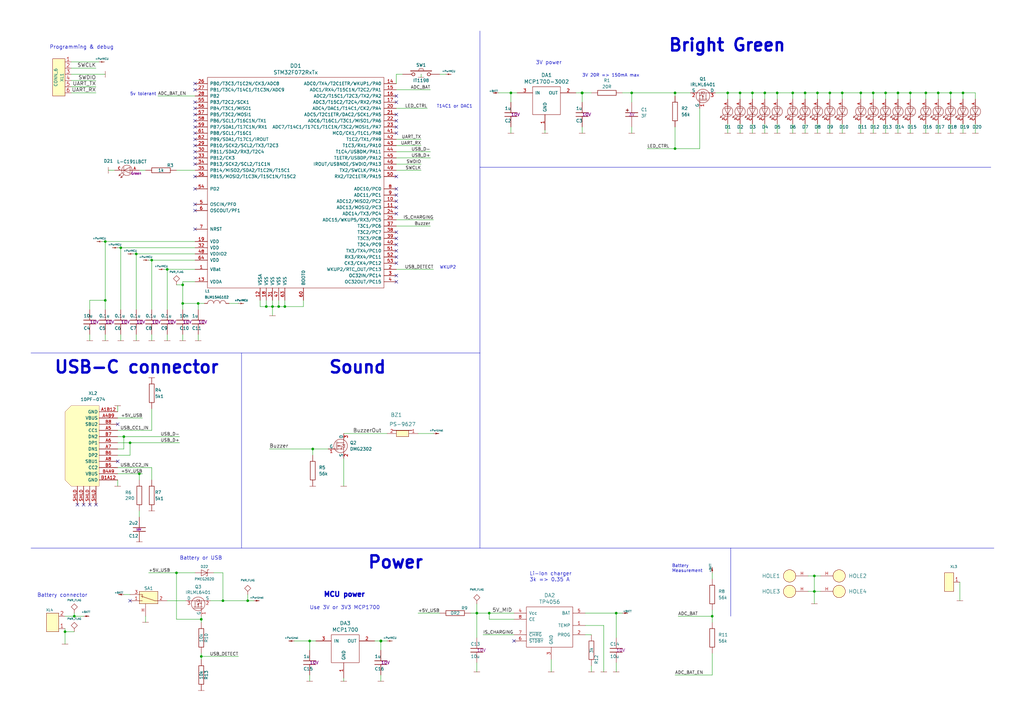
<source format=kicad_sch>
(kicad_sch (version 20230121) (generator eeschema)
  (paper "A3")
  (lib_symbols
    (symbol "BtnsSwitches:BUTTON_H" (pin_numbers hide) (pin_names (offset 1.016) hide)
      (property "Reference" "SW" (at -5.08 3.81 0))
      (property "Value" "BUTTON_H" (at 2.54 3.81 0))
      (symbol "BUTTON_H_0_1"
        (pin passive inverted (at -7.62 0 0) (length 5.08) (name "1") (number "1"))
        (pin passive inverted (at 7.62 0 180) (length 5.08) (name "2") (number "2"))
      )
      (symbol "BUTTON_H_1_1"
        (pin passive line (at 0 0 0) (length 0) (name "~") (number "H"))
      )
    )
    (symbol "BtnsSwitches:SWITCH_1P2T_housing" (pin_names (offset 1.016))
      (property "Reference" "SA" (at -2.54 8.89 0))
      (property "Value" "SWITCH_1P2T_housing" (at 2.54 6.35 0))
      (symbol "SWITCH_1P2T_housing_1_1"
        (pin passive line (at 6.35 0 180) (length 5.08) (name "~") (number "1"))
        (pin passive line (at -8.89 0 0) (length 5.08) (name "~") (number "2"))
        (pin passive line (at 6.35 2.54 180) (length 5.08) (name "~") (number "3"))
        (pin passive line (at 0 -6.35 90) (length 5.08) (name "~") (number "H"))
      )
    )
    (symbol "Connectors_kl:CONN_1" (pin_names (offset 1.016) hide)
      (property "Reference" "XL" (at -1.27 0.254 90))
      (property "Value" "CONN_1" (at 0.254 0.508 90))
      (symbol "CONN_1_1_1"
        (pin passive line (at -5.08 0 0) (length 2.54) (name "P1") (number "1"))
      )
    )
    (symbol "Connectors_kl:CONN_2" (pin_names (offset 1.016) hide)
      (property "Reference" "XL" (at -1.27 0 90))
      (property "Value" "CONN_2" (at 1.27 0 90))
      (symbol "CONN_2_1_1"
        (pin passive line (at -5.08 2.54 0) (length 2.54) (name "P1") (number "1"))
        (pin passive line (at -5.08 -2.54 0) (length 2.54) (name "PM") (number "2"))
      )
    )
    (symbol "Connectors_kl:CONN_6" (pin_names (offset 1.016))
      (property "Reference" "XL" (at -1.27 0 90))
      (property "Value" "CONN_6" (at 1.27 0 90))
      (symbol "CONN_6_1_1"
        (pin passive line (at -5.08 6.35 0) (length 2.54) (name "~") (number "1"))
        (pin passive line (at -5.08 3.81 0) (length 2.54) (name "~") (number "2"))
        (pin passive line (at -5.08 1.27 0) (length 2.54) (name "~") (number "3"))
        (pin passive line (at -5.08 -1.27 0) (length 2.54) (name "~") (number "4"))
        (pin passive line (at -5.08 -3.81 0) (length 2.54) (name "~") (number "5"))
        (pin passive line (at -5.08 -6.35 0) (length 2.54) (name "~") (number "6"))
      )
    )
    (symbol "Connectors_kl:USBC-16P"
      (property "Reference" "XL" (at -2.54 12.7 0))
      (property "Value" "USBC-16P" (at 0 10.16 0))
      (symbol "USBC-16P_1_1"
        (pin passive line (at 11.43 6.35 180) (length 7.62) (name "GND") (number "A1B12"))
        (pin passive line (at 11.43 3.81 180) (length 7.62) (name "VBUS") (number "A4B9"))
        (pin passive line (at 11.43 -1.27 180) (length 7.62) (name "CC1") (number "A5"))
        (pin passive line (at 11.43 -6.35 180) (length 7.62) (name "DP1") (number "A6"))
        (pin passive line (at 11.43 -8.89 180) (length 7.62) (name "DN1") (number "A7"))
        (pin passive line (at 11.43 -13.97 180) (length 7.62) (name "SBU1") (number "A8"))
        (pin passive line (at 11.43 -21.59 180) (length 7.62) (name "GND") (number "B1A12"))
        (pin passive line (at 11.43 -19.05 180) (length 7.62) (name "VBUS") (number "B4A9"))
        (pin passive line (at 11.43 -16.51 180) (length 7.62) (name "CC2") (number "B5"))
        (pin passive line (at 11.43 -11.43 180) (length 7.62) (name "DP2") (number "B6"))
        (pin passive line (at 11.43 -3.81 180) (length 7.62) (name "DN2") (number "B7"))
        (pin passive line (at 11.43 1.27 180) (length 7.62) (name "SBU2") (number "B8"))
        (pin passive line (at -5.08 -31.75 90) (length 7.62) (name "") (number "SHLD"))
        (pin passive line (at -2.54 -31.75 90) (length 7.62) (name "") (number "SHLD"))
        (pin passive line (at 0 -31.75 90) (length 7.62) (name "") (number "SHLD"))
        (pin passive line (at 2.54 -31.75 90) (length 7.62) (name "") (number "SHLD"))
      )
    )
    (symbol "Power_kl:MCP1700" (pin_names (offset 1.016))
      (property "Reference" "DA" (at 3.81 7.62 0))
      (property "Value" "MCP1700" (at -5.08 7.62 0))
      (symbol "MCP1700_1_1"
        (pin passive line (at 0 -11.43 90) (length 6.35) (name "GND") (number "1"))
        (pin power_out line (at 12.7 3.81 180) (length 6.35) (name "OUT") (number "2"))
        (pin power_in line (at -11.43 3.81 0) (length 6.35) (name "IN") (number "3"))
      )
    )
    (symbol "Power_kl:TP4056" (pin_names (offset 1.016))
      (property "Reference" "DA" (at -7.62 10.16 0))
      (property "Value" "TP4056" (at 3.81 10.16 0))
      (symbol "TP4056_1_1"
        (pin passive line (at 13.97 1.27 180) (length 5.08) (name "TEMP") (number "1"))
        (pin passive line (at 13.97 -2.54 180) (length 5.08) (name "PROG") (number "2"))
        (pin power_in line (at 0 -12.7 90) (length 5.08) (name "GND") (number "3"))
        (pin power_in line (at -15.24 6.35 0) (length 5.08) (name "Vcc") (number "4"))
        (pin passive line (at 13.97 6.35 180) (length 5.08) (name "BAT") (number "5"))
        (pin passive line (at -15.24 -5.08 0) (length 5.08) (name "~{STDBY}") (number "6"))
        (pin passive line (at -15.24 -2.54 0) (length 5.08) (name "~{CHRG}") (number "7"))
        (pin passive line (at -15.24 3.81 0) (length 5.08) (name "CE") (number "8"))
      )
    )
    (symbol "Tittar_kl:BUZZER" (pin_names (offset 1.016) hide)
      (property "Reference" "BZ" (at 5.08 2.54 0))
      (property "Value" "BUZZER" (at 7.62 -2.54 0))
      (symbol "BUZZER_1_1"
        (pin passive line (at 0 -6.35 90) (length 3.81) (name "1") (number "1"))
        (pin passive line (at 0 6.35 270) (length 3.81) (name "2") (number "2"))
      )
    )
    (symbol "Tittar_kl:C" (pin_numbers hide) (pin_names (offset 0.254))
      (property "Reference" "C" (at -2.54 -2.54 0))
      (property "Value" "C" (at -2.54 2.54 0))
      (property "Voltage" "10V" (at 0 0 0))
      (symbol "C_1_1"
        (pin passive line (at 0 5.08 270) (length 4.318) (name "~") (number "1"))
        (pin passive line (at 0 -5.08 90) (length 4.318) (name "~") (number "2"))
      )
    )
    (symbol "Tittar_kl:CP" (pin_numbers hide) (pin_names (offset 0.254))
      (property "Reference" "C" (at 1.27 2.54 0))
      (property "Value" "CP" (at 1.27 -2.54 0))
      (symbol "CP_1_1"
        (pin passive line (at 0 5.08 270) (length 4.318) (name "~") (number "1"))
        (pin passive line (at 0 -5.08 90) (length 4.318) (name "~") (number "2"))
      )
    )
    (symbol "Tittar_kl:D_Shottky" (pin_numbers hide) (pin_names (offset 1.016) hide)
      (property "Reference" "D" (at 0 2.54 0))
      (property "Value" "D_Shottky" (at 0 -2.54 0))
      (symbol "D_Shottky_1_1"
        (pin passive line (at -3.81 0 0) (length 2.54) (name "~") (number "A"))
        (pin passive line (at 3.81 0 180) (length 2.54) (name "~") (number "C"))
      )
    )
    (symbol "Tittar_kl:L" (pin_numbers hide) (pin_names (offset 1.016) hide)
      (property "Reference" "L" (at -2.54 -3.556 90))
      (property "Value" "L" (at -2.54 0 90))
      (symbol "L_1_1"
        (pin passive line (at 0 5.08 270) (length 1.27) (name "1") (number "1"))
        (pin passive line (at 0 -5.08 90) (length 1.27) (name "2") (number "2"))
      )
    )
    (symbol "Tittar_kl:LED" (pin_names (offset 1.016) hide)
      (property "Reference" "D" (at 2.54 3.556 0))
      (property "Value" "LED" (at -2.032 3.556 0))
      (property "Color" "Green" (at 0 -3.81 0))
      (symbol "LED_1_1"
        (pin passive line (at -5.08 0 0) (length 3.81) (name "A") (number "A"))
        (pin passive line (at 5.08 0 180) (length 3.81) (name "C") (number "C"))
      )
    )
    (symbol "Tittar_kl:R" (pin_numbers hide) (pin_names (offset 0))
      (property "Reference" "R" (at 2.032 -3.81 90))
      (property "Value" "R" (at 0 0 90))
      (symbol "R_1_1"
        (pin passive line (at 0 6.35 270) (length 2.54) (name "~") (number "1"))
        (pin passive line (at 0 -6.35 90) (length 2.54) (name "~") (number "2"))
      )
    )
    (symbol "Transistors_kl:N_3PIN" (pin_names (offset 0))
      (property "Reference" "Q" (at 5.08 1.27 0))
      (property "Value" "N_3PIN" (at 10.16 -2.54 0))
      (symbol "N_3PIN_1_1"
        (pin passive line (at -5.08 1.27 0) (length 2.54) (name "G") (number "1"))
        (pin passive line (at 1.27 5.08 270) (length 2.54) (name "S") (number "2"))
        (pin passive line (at 1.27 -5.08 90) (length 2.54) (name "D") (number "3"))
      )
    )
    (symbol "Transistors_kl:P_3PIN" (pin_names (offset 0))
      (property "Reference" "Q" (at 3.81 -3.81 0))
      (property "Value" "P_3PIN" (at 0 5.08 0))
      (symbol "P_3PIN_1_1"
        (pin passive line (at -1.27 -5.08 90) (length 2.54) (name "G") (number "1"))
        (pin passive line (at -5.08 1.27 0) (length 2.54) (name "S") (number "2"))
        (pin passive line (at 5.08 1.27 180) (length 2.54) (name "D") (number "3"))
      )
    )
    (symbol "pcb_details:HOLE_METALLED" (pin_names (offset 1.016)) (in_bom no)
      (property "Reference" "HOLE" (at -12.7 -1.27 0))
      (property "Value" "HOLE_METALLED" (at -13.97 1.27 0))
      (symbol "HOLE_METALLED_1_1"
        (pin passive line (at 7.62 0 180) (length 5.08) (name "~") (number "H"))
      )
    )
    (symbol "power:+BATT" (power) (pin_names (offset 0))
      (property "Value" "+BATT" (at 2.032 0.762 0))
      (symbol "+BATT_0_0"
        (pin power_in line (at 0 0 90) (length 0) hide (name "+BATT") (number "1"))
      )
    )
    (symbol "power:+PwrMCU" (power) (pin_names (offset 0))
      (property "Value" "+PwrMCU" (at 1.778 0.762 0))
      (symbol "+PwrMCU_0_0"
        (pin power_in line (at 0 0 90) (length 0) hide (name "+PwrMCU") (number "1"))
      )
    )
    (symbol "power:+PwrUnst" (power) (pin_names (offset 0))
      (property "Value" "+PwrUnst" (at 2.032 0.762 0))
      (symbol "+PwrUnst_0_0"
        (pin power_in line (at 0 0 90) (length 0) hide (name "+PwrUnst") (number "1"))
      )
    )
    (symbol "power:GND" (power) (pin_names (offset 0.254))
      (symbol "GND_1_1"
        (pin power_in line (at 0 0 270) (length 0) hide (name "GND") (number "1"))
      )
    )
    (symbol "power:PWR_FLAG" (power) (pin_numbers hide) (pin_names (offset 0) hide)
      (property "Value" "PWR_FLAG" (at 0 5.08 0))
      (symbol "PWR_FLAG_0_0"
        (pin power_out line (at 0 0 90) (length 0) (name "pwr") (number "1"))
      )
    )
    (symbol "st_kl:STM32F072RxTx" (pin_names (offset 1.016))
      (property "Reference" "DD" (at -16.51 41.91 0))
      (property "Value" "STM32F072RxTx" (at 0 41.91 0))
      (symbol "STM32F072RxTx_1_1"
        (pin power_in line (at -40.64 -38.1 0) (length 5.08) (name "VBat") (number "1"))
        (pin passive line (at 41.91 -10.16 180) (length 5.08) (name "ADC12/MISO2/PC2") (number "10"))
        (pin passive line (at 41.91 -12.7 180) (length 5.08) (name "ADC13/MOSI2/PC3") (number "11"))
        (pin power_in line (at -13.97 -50.8 90) (length 5.08) (name "VSSA") (number "12"))
        (pin power_in line (at -40.64 -43.18 0) (length 5.08) (name "VDDA") (number "13"))
        (pin passive line (at 41.91 38.1 180) (length 5.08) (name "ADC0/TX4/T2C1ETR/WKUP1/PA0") (number "14"))
        (pin passive line (at 41.91 35.56 180) (length 5.08) (name "ADC1/RX4/T15C1N/T2C2/PA1") (number "15"))
        (pin passive line (at 41.91 33.02 180) (length 5.08) (name "ADC2/T15C1/T2C3/TX2/PA2") (number "16"))
        (pin passive line (at 41.91 30.48 180) (length 5.08) (name "ADC3/T15C2/T2C4/RX2/PA3") (number "17"))
        (pin power_in line (at -11.43 -50.8 90) (length 5.08) (name "VSS") (number "18"))
        (pin power_in line (at -40.64 -26.67 0) (length 5.08) (name "VDD") (number "19"))
        (pin passive line (at 41.91 -38.1 180) (length 5.08) (name "WKUP2/RTC_OUT/PC13") (number "2"))
        (pin passive line (at 41.91 27.94 180) (length 5.08) (name "ADC4/DAC1/T14C1/CK2/PA4") (number "20"))
        (pin passive line (at 41.91 25.4 180) (length 5.08) (name "ADC5/T2C1ETR/DAC2/SCK1/PA5") (number "21"))
        (pin passive line (at 41.91 22.86 180) (length 5.08) (name "ADC6/T16C1/T3C1/MISO1/PA6") (number "22"))
        (pin passive line (at 41.91 20.32 180) (length 5.08) (name "ADC7/T14C1/T17C1/T1C1N/T3C2/MOSI1/PA7") (number "23"))
        (pin passive line (at 41.91 -15.24 180) (length 5.08) (name "ADC14/TX3/PC4") (number "24"))
        (pin passive line (at 41.91 -17.78 180) (length 5.08) (name "ADC15/WKUP5/RX3/PC5") (number "25"))
        (pin passive line (at -40.64 38.1 0) (length 5.08) (name "PB0/T3C3/T1C2N/CK3/ADC8") (number "26"))
        (pin passive line (at -40.64 35.56 0) (length 5.08) (name "PB1/T3C4/T14C1/T1C3N/ADC9") (number "27"))
        (pin passive line (at -40.64 33.02 0) (length 5.08) (name "PB2") (number "28"))
        (pin passive line (at -40.64 12.7 0) (length 5.08) (name "PB10/SCK2/SCL2/TX3/T2C3") (number "29"))
        (pin passive line (at 41.91 -40.64 180) (length 5.08) (name "OC32IN/PC14") (number "3"))
        (pin passive line (at -40.64 10.16 0) (length 5.08) (name "PB11/SDA2/RX3/T2C4") (number "30"))
        (pin power_in line (at -8.89 -50.8 90) (length 5.08) (name "VSS") (number "31"))
        (pin power_in line (at -40.64 -29.21 0) (length 5.08) (name "VDD") (number "32"))
        (pin passive line (at -40.64 7.62 0) (length 5.08) (name "PB12/CK3") (number "33"))
        (pin passive line (at -40.64 5.08 0) (length 5.08) (name "PB13/SCK2/SCL2/T1C1N") (number "34"))
        (pin passive line (at -40.64 2.54 0) (length 5.08) (name "PB14/MISO2/SDA2/T1C2N/T15C1") (number "35"))
        (pin passive line (at -40.64 0 0) (length 5.08) (name "PB15/MOSI2/T1C3N/T15C1N/T15C2") (number "36"))
        (pin passive line (at 41.91 -20.32 180) (length 5.08) (name "T3C1/PC6") (number "37"))
        (pin passive line (at 41.91 -22.86 180) (length 5.08) (name "T3C2/PC7") (number "38"))
        (pin passive line (at 41.91 -25.4 180) (length 5.08) (name "T3C3/PC8") (number "39"))
        (pin passive line (at 41.91 -43.18 180) (length 5.08) (name "OC32OUT/PC15") (number "4"))
        (pin passive line (at 41.91 -27.94 180) (length 5.08) (name "T3C4/PC9") (number "40"))
        (pin passive line (at 41.91 17.78 180) (length 5.08) (name "MCO/CK1/T1C1/PA8") (number "41"))
        (pin passive line (at 41.91 15.24 180) (length 5.08) (name "T1C2/TX1/PA9") (number "42"))
        (pin passive line (at 41.91 12.7 180) (length 5.08) (name "T1C3/RX1/PA10") (number "43"))
        (pin passive line (at 41.91 10.16 180) (length 5.08) (name "T1C4/USBDM/PA11") (number "44"))
        (pin passive line (at 41.91 7.62 180) (length 5.08) (name "T1ETR/USBDP/PA12") (number "45"))
        (pin passive line (at 41.91 5.08 180) (length 5.08) (name "IROUT/USBNOE/SWDIO/PA13") (number "46"))
        (pin power_in line (at -6.35 -50.8 90) (length 5.08) (name "VSS") (number "47"))
        (pin power_in line (at -40.64 -31.75 0) (length 5.08) (name "VDDIO2") (number "48"))
        (pin passive line (at 41.91 2.54 180) (length 5.08) (name "TX2/SWCLK/PA14") (number "49"))
        (pin passive line (at -40.64 -11.43 0) (length 5.08) (name "OSCIN/PF0") (number "5"))
        (pin passive line (at 41.91 0 180) (length 5.08) (name "RX2/T2C1ETR/PA15") (number "50"))
        (pin passive line (at 41.91 -30.48 180) (length 5.08) (name "TX3/TX4/PC10") (number "51"))
        (pin passive line (at 41.91 -33.02 180) (length 5.08) (name "RX3/RX4/PC11") (number "52"))
        (pin passive line (at 41.91 -35.56 180) (length 5.08) (name "CK3/CK4/PC12") (number "53"))
        (pin passive line (at -40.64 -5.08 0) (length 5.08) (name "PD2") (number "54"))
        (pin passive line (at -40.64 30.48 0) (length 5.08) (name "PB3/T2C2/SCK1") (number "55"))
        (pin passive line (at -40.64 27.94 0) (length 5.08) (name "PB4/T3C1/MISO1") (number "56"))
        (pin passive line (at -40.64 25.4 0) (length 5.08) (name "PB5/T3C2/MOSI1") (number "57"))
        (pin passive line (at -40.64 22.86 0) (length 5.08) (name "PB6/SCL1/T16C1N/TX1") (number "58"))
        (pin passive line (at -40.64 20.32 0) (length 5.08) (name "PB7/SDA1/T17C1N/RX1") (number "59"))
        (pin passive line (at -40.64 -13.97 0) (length 5.08) (name "OSCOUT/PF1") (number "6"))
        (pin passive line (at 3.81 -50.8 90) (length 5.08) (name "BOOT0") (number "60"))
        (pin passive line (at -40.64 17.78 0) (length 5.08) (name "PB8/SCL1/T16C1") (number "61"))
        (pin passive line (at -40.64 15.24 0) (length 5.08) (name "PB9/SDA1/T17C1/IROUT") (number "62"))
        (pin power_in line (at -3.81 -50.8 90) (length 5.08) (name "VSS") (number "63"))
        (pin power_in line (at -40.64 -34.29 0) (length 5.08) (name "VDD") (number "64"))
        (pin passive line (at -40.64 -21.59 0) (length 5.08) (name "NRST") (number "7"))
        (pin passive line (at 41.91 -5.08 180) (length 5.08) (name "ADC10/PC0") (number "8"))
        (pin passive line (at 41.91 -7.62 180) (length 5.08) (name "ADC11/PC1") (number "9"))
      )
    )
  )
  (junction (at 116.84 125.73))
  (junction (at 26.67 259.08))
  (junction (at 252.73 251.46))
  (junction (at 68.58 110.49))
  (junction (at 303.53 38.1))
  (junction (at 298.45 38.1))
  (junction (at 74.93 116.84))
  (junction (at 313.69 38.1))
  (junction (at 81.28 124.46))
  (junction (at 62.23 106.68))
  (junction (at 114.3 125.73))
  (junction (at 50.8 179.07) (diameter 0.9144))
  (junction (at 358.14 38.1))
  (junction (at 363.22 38.1))
  (junction (at 292.1 252.73))
  (junction (at 55.88 104.14))
  (junction (at 334.01 236.22))
  (junction (at 200.66 251.46))
  (junction (at 30.48 252.73))
  (junction (at 82.55 254))
  (junction (at 389.89 38.1))
  (junction (at 111.76 125.73))
  (junction (at 345.44 38.1))
  (junction (at 308.61 38.1))
  (junction (at 384.81 38.1))
  (junction (at 82.55 269.24))
  (junction (at 101.6 246.38))
  (junction (at 209.55 38.1))
  (junction (at 259.08 38.1))
  (junction (at 238.76 38.1) (diameter 1.016))
  (junction (at 276.86 60.96))
  (junction (at 318.77 38.1))
  (junction (at 368.3 38.1))
  (junction (at 373.38 38.1))
  (junction (at 127 262.89))
  (junction (at 394.97 38.1))
  (junction (at 49.53 101.6))
  (junction (at 330.2 38.1))
  (junction (at 379.73 38.1))
  (junction (at 57.15 194.31))
  (junction (at 43.18 123.19))
  (junction (at 340.36 38.1))
  (junction (at 109.22 125.73))
  (junction (at 334.01 242.57))
  (junction (at 128.27 184.15))
  (junction (at 276.86 38.1))
  (junction (at 91.44 246.38))
  (junction (at 325.12 38.1))
  (junction (at 53.34 181.61) (diameter 0.9144))
  (junction (at 43.18 99.06))
  (junction (at 156.21 262.89) (diameter 1.016))
  (junction (at 72.39 234.95))
  (junction (at 195.58 251.46))
  (junction (at 335.28 38.1))
  (junction (at 353.06 38.1))
  (junction (at 74.93 124.46))
  (no_connect (at 162.56 46.99))
  (no_connect (at 48.26 189.23))
  (no_connect (at 80.01 54.61))
  (no_connect (at 80.01 57.15))
  (no_connect (at 80.01 59.69))
  (no_connect (at 80.01 62.23))
  (no_connect (at 80.01 64.77))
  (no_connect (at 80.01 67.31))
  (no_connect (at 80.01 72.39))
  (no_connect (at 80.01 77.47))
  (no_connect (at 162.56 115.57))
  (no_connect (at 210.82 262.89))
  (no_connect (at 36.83 207.01))
  (no_connect (at 80.01 93.98))
  (no_connect (at 162.56 77.47))
  (no_connect (at 31.75 207.01))
  (no_connect (at 48.26 173.99))
  (no_connect (at 162.56 41.91))
  (no_connect (at 53.34 246.38))
  (no_connect (at 162.56 80.01))
  (no_connect (at 162.56 100.33))
  (no_connect (at 162.56 102.87))
  (no_connect (at 162.56 105.41))
  (no_connect (at 162.56 107.95))
  (no_connect (at 162.56 113.03))
  (no_connect (at 162.56 82.55))
  (no_connect (at 162.56 85.09))
  (no_connect (at 162.56 87.63))
  (no_connect (at 162.56 95.25))
  (no_connect (at 162.56 97.79))
  (no_connect (at 80.01 34.29))
  (no_connect (at 80.01 36.83))
  (no_connect (at 80.01 41.91))
  (no_connect (at 80.01 44.45))
  (no_connect (at 80.01 46.99))
  (no_connect (at 80.01 49.53))
  (no_connect (at 80.01 52.07))
  (no_connect (at 162.56 49.53))
  (no_connect (at 162.56 52.07))
  (no_connect (at 162.56 54.61))
  (no_connect (at 162.56 72.39))
  (no_connect (at 80.01 83.82))
  (no_connect (at 80.01 86.36))
  (no_connect (at 34.29 207.01))
  (no_connect (at 162.56 39.37))
  (no_connect (at 39.37 207.01))
  (wire (pts (xy 394.97 50.8) (xy 394.97 54.61)))
  (wire (pts (xy 43.18 99.06) (xy 80.01 99.06)))
  (wire (pts (xy 57.15 212.09) (xy 57.15 209.55)))
  (wire (pts (xy 162.56 30.48) (xy 165.1 30.48)))
  (wire (pts (xy 325.12 38.1) (xy 325.12 40.64)))
  (wire (pts (xy 292.1 255.27) (xy 292.1 252.73)))
  (wire (pts (xy 353.06 50.8) (xy 353.06 54.61)))
  (wire (pts (xy 50.8 179.07) (xy 50.8 184.15)))
  (wire (pts (xy 303.53 38.1) (xy 303.53 40.64)))
  (wire (pts (xy 162.56 67.31) (xy 172.72 67.31)))
  (wire (pts (xy 111.76 125.73) (xy 111.76 123.19)))
  (wire (pts (xy 238.76 38.1) (xy 242.57 38.1)))
  (wire (pts (xy 162.56 110.49) (xy 177.8 110.49)))
  (wire (pts (xy 318.77 50.8) (xy 318.77 54.61)))
  (wire (pts (xy 116.84 125.73) (xy 116.84 123.19)))
  (wire (pts (xy 48.26 191.77) (xy 62.23 191.77)))
  (wire (pts (xy 363.22 38.1) (xy 363.22 40.64)))
  (wire (pts (xy 74.93 115.57) (xy 80.01 115.57)))
  (wire (pts (xy 335.28 38.1) (xy 340.36 38.1)))
  (wire (pts (xy 68.58 246.38) (xy 76.2 246.38)))
  (wire (pts (xy 140.97 177.8) (xy 158.75 177.8)))
  (wire (pts (xy 384.81 38.1) (xy 389.89 38.1)))
  (wire (pts (xy 41.91 99.06) (xy 43.18 99.06)))
  (wire (pts (xy 242.57 275.59) (xy 242.57 273.05)))
  (wire (pts (xy 308.61 38.1) (xy 308.61 40.64)))
  (wire (pts (xy 39.37 35.56) (xy 29.21 35.56)))
  (polyline (pts (xy 196.85 68.58) (xy 406.4 68.58)))
  (wire (pts (xy 172.72 57.15) (xy 162.56 57.15)))
  (wire (pts (xy 68.58 127) (xy 68.58 110.49)))
  (wire (pts (xy 81.28 124.46) (xy 83.82 124.46)))
  (wire (pts (xy 400.05 38.1) (xy 400.05 40.64)))
  (wire (pts (xy 43.18 137.16) (xy 43.18 139.7)))
  (wire (pts (xy 72.39 254) (xy 82.55 254)))
  (wire (pts (xy 209.55 52.07) (xy 209.55 54.61)))
  (wire (pts (xy 124.46 125.73) (xy 124.46 123.19)))
  (wire (pts (xy 67.31 110.49) (xy 68.58 110.49)))
  (wire (pts (xy 373.38 38.1) (xy 373.38 40.64)))
  (wire (pts (xy 30.48 251.46) (xy 30.48 252.73)))
  (wire (pts (xy 303.53 38.1) (xy 308.61 38.1)))
  (wire (pts (xy 252.73 251.46) (xy 255.27 251.46)))
  (wire (pts (xy 43.18 123.19) (xy 43.18 99.06)))
  (wire (pts (xy 325.12 38.1) (xy 330.2 38.1)))
  (wire (pts (xy 82.55 269.24) (xy 97.79 269.24)))
  (wire (pts (xy 313.69 38.1) (xy 318.77 38.1)))
  (wire (pts (xy 276.86 52.07) (xy 276.86 60.96)))
  (wire (pts (xy 36.83 137.16) (xy 36.83 139.7)))
  (wire (pts (xy 29.21 30.48) (xy 43.18 30.48)))
  (wire (pts (xy 303.53 50.8) (xy 303.53 54.61)))
  (wire (pts (xy 114.3 125.73) (xy 116.84 125.73)))
  (polyline (pts (xy 99.06 144.78) (xy 99.06 224.79)))
  (wire (pts (xy 373.38 50.8) (xy 373.38 54.61)))
  (wire (pts (xy 156.21 262.89) (xy 158.75 262.89)))
  (wire (pts (xy 287.02 60.96) (xy 276.86 60.96)))
  (wire (pts (xy 91.44 246.38) (xy 101.6 246.38)))
  (wire (pts (xy 59.69 252.73) (xy 59.69 255.27)))
  (wire (pts (xy 278.13 252.73) (xy 292.1 252.73)))
  (wire (pts (xy 330.2 50.8) (xy 330.2 54.61)))
  (wire (pts (xy 49.53 137.16) (xy 49.53 139.7)))
  (wire (pts (xy 240.03 251.46) (xy 252.73 251.46)))
  (wire (pts (xy 44.45 69.85) (xy 46.99 69.85)))
  (wire (pts (xy 34.29 252.73) (xy 30.48 252.73)))
  (wire (pts (xy 62.23 167.64) (xy 62.23 176.53)))
  (wire (pts (xy 62.23 106.68) (xy 62.23 127)))
  (wire (pts (xy 110.49 184.15) (xy 128.27 184.15)))
  (wire (pts (xy 182.88 30.48) (xy 180.34 30.48)))
  (wire (pts (xy 49.53 101.6) (xy 49.53 127)))
  (wire (pts (xy 48.26 196.85) (xy 48.26 199.39)))
  (wire (pts (xy 50.8 179.07) (xy 73.66 179.07)))
  (wire (pts (xy 82.55 269.24) (xy 82.55 270.51)))
  (wire (pts (xy 336.55 242.57) (xy 334.01 242.57)))
  (wire (pts (xy 247.65 256.54) (xy 240.03 256.54)))
  (wire (pts (xy 259.08 38.1) (xy 276.86 38.1)))
  (wire (pts (xy 259.08 41.91) (xy 259.08 38.1)))
  (wire (pts (xy 210.82 254) (xy 200.66 254)))
  (wire (pts (xy 238.76 38.1) (xy 238.76 41.91)))
  (wire (pts (xy 340.36 50.8) (xy 340.36 54.61)))
  (wire (pts (xy 48.26 101.6) (xy 49.53 101.6)))
  (wire (pts (xy 389.89 38.1) (xy 389.89 40.64)))
  (wire (pts (xy 53.34 186.69) (xy 53.34 181.61)))
  (wire (pts (xy 318.77 38.1) (xy 318.77 40.64)))
  (wire (pts (xy 48.26 184.15) (xy 50.8 184.15)))
  (wire (pts (xy 259.08 52.07) (xy 259.08 54.61)))
  (wire (pts (xy 36.83 123.19) (xy 43.18 123.19)))
  (wire (pts (xy 128.27 184.15) (xy 134.62 184.15)))
  (wire (pts (xy 128.27 184.15) (xy 128.27 186.69)))
  (wire (pts (xy 308.61 38.1) (xy 313.69 38.1)))
  (wire (pts (xy 200.66 251.46) (xy 210.82 251.46)))
  (wire (pts (xy 74.93 124.46) (xy 74.93 116.84)))
  (wire (pts (xy 363.22 38.1) (xy 368.3 38.1)))
  (wire (pts (xy 384.81 50.8) (xy 384.81 54.61)))
  (wire (pts (xy 101.6 246.38) (xy 101.6 243.84)))
  (wire (pts (xy 29.21 33.02) (xy 39.37 33.02)))
  (wire (pts (xy 91.44 234.95) (xy 91.44 246.38)))
  (wire (pts (xy 72.39 116.84) (xy 74.93 116.84)))
  (wire (pts (xy 389.89 38.1) (xy 394.97 38.1)))
  (wire (pts (xy 162.56 62.23) (xy 176.53 62.23)))
  (wire (pts (xy 127 262.89) (xy 129.54 262.89)))
  (wire (pts (xy 140.97 199.39) (xy 140.97 187.96)))
  (wire (pts (xy 82.55 252.73) (xy 82.55 254)))
  (polyline (pts (xy 12.7 144.78) (xy 196.85 144.78)))
  (wire (pts (xy 238.76 52.07) (xy 238.76 54.61)))
  (wire (pts (xy 336.55 236.22) (xy 334.01 236.22)))
  (wire (pts (xy 363.22 50.8) (xy 363.22 54.61)))
  (wire (pts (xy 223.52 54.61) (xy 223.52 53.34)))
  (wire (pts (xy 379.73 38.1) (xy 379.73 40.64)))
  (wire (pts (xy 287.02 44.45) (xy 287.02 60.96)))
  (wire (pts (xy 236.22 38.1) (xy 238.76 38.1)))
  (wire (pts (xy 36.83 127) (xy 36.83 123.19)))
  (wire (pts (xy 48.26 186.69) (xy 53.34 186.69)))
  (wire (pts (xy 162.56 64.77) (xy 176.53 64.77)))
  (wire (pts (xy 72.39 234.95) (xy 72.39 254)))
  (wire (pts (xy 200.66 254) (xy 200.66 251.46)))
  (wire (pts (xy 176.53 92.71) (xy 162.56 92.71)))
  (wire (pts (xy 292.1 252.73) (xy 292.1 250.19)))
  (wire (pts (xy 353.06 38.1) (xy 353.06 40.64)))
  (polyline (pts (xy 12.7 224.79) (xy 299.72 224.79)))
  (wire (pts (xy 64.77 39.37) (xy 80.01 39.37)))
  (wire (pts (xy 74.93 124.46) (xy 81.28 124.46)))
  (wire (pts (xy 198.12 260.35) (xy 210.82 260.35)))
  (wire (pts (xy 171.45 177.8) (xy 177.8 177.8)))
  (wire (pts (xy 48.26 181.61) (xy 53.34 181.61)))
  (wire (pts (xy 276.86 38.1) (xy 276.86 39.37)))
  (wire (pts (xy 172.72 69.85) (xy 162.56 69.85)))
  (wire (pts (xy 204.47 38.1) (xy 209.55 38.1)))
  (wire (pts (xy 298.45 50.8) (xy 298.45 54.61)))
  (wire (pts (xy 171.45 251.46) (xy 180.34 251.46)))
  (wire (pts (xy 394.97 38.1) (xy 400.05 38.1)))
  (wire (pts (xy 50.8 243.84) (xy 53.34 243.84)))
  (wire (pts (xy 389.89 50.8) (xy 389.89 54.61)))
  (wire (pts (xy 106.68 125.73) (xy 109.22 125.73)))
  (wire (pts (xy 358.14 38.1) (xy 363.22 38.1)))
  (wire (pts (xy 81.28 124.46) (xy 81.28 127)))
  (wire (pts (xy 57.15 194.31) (xy 57.15 196.85)))
  (wire (pts (xy 60.96 234.95) (xy 72.39 234.95)))
  (wire (pts (xy 175.26 44.45) (xy 162.56 44.45)))
  (wire (pts (xy 29.21 25.4) (xy 40.64 25.4)))
  (wire (pts (xy 292.1 267.97) (xy 292.1 276.86)))
  (wire (pts (xy 265.43 60.96) (xy 276.86 60.96)))
  (wire (pts (xy 313.69 50.8) (xy 313.69 54.61)))
  (wire (pts (xy 97.79 124.46) (xy 93.98 124.46)))
  (wire (pts (xy 156.21 262.89) (xy 156.21 266.7)))
  (wire (pts (xy 87.63 234.95) (xy 91.44 234.95)))
  (wire (pts (xy 162.56 30.48) (xy 162.56 34.29)))
  (wire (pts (xy 26.67 259.08) (xy 26.67 264.16)))
  (wire (pts (xy 252.73 261.62) (xy 252.73 251.46)))
  (polyline (pts (xy 196.85 12.7) (xy 196.85 144.78)))
  (polyline (pts (xy 299.72 224.79) (xy 299.72 252.73)))
  (wire (pts (xy 379.73 38.1) (xy 384.81 38.1)))
  (wire (pts (xy 49.53 101.6) (xy 80.01 101.6)))
  (wire (pts (xy 325.12 50.8) (xy 325.12 54.61)))
  (wire (pts (xy 195.58 247.65) (xy 195.58 251.46)))
  (wire (pts (xy 368.3 50.8) (xy 368.3 54.61)))
  (wire (pts (xy 195.58 251.46) (xy 195.58 261.62)))
  (wire (pts (xy 82.55 254) (xy 82.55 255.27)))
  (wire (pts (xy 368.3 38.1) (xy 368.3 40.64)))
  (wire (pts (xy 156.21 276.86) (xy 156.21 279.4)))
  (wire (pts (xy 240.03 260.35) (xy 242.57 260.35)))
  (wire (pts (xy 109.22 123.19) (xy 109.22 125.73)))
  (wire (pts (xy 292.1 234.95) (xy 292.1 237.49)))
  (wire (pts (xy 106.68 123.19) (xy 106.68 125.73)))
  (wire (pts (xy 384.81 38.1) (xy 384.81 40.64)))
  (wire (pts (xy 358.14 50.8) (xy 358.14 54.61)))
  (wire (pts (xy 252.73 275.59) (xy 252.73 271.78)))
  (wire (pts (xy 330.2 38.1) (xy 330.2 40.64)))
  (wire (pts (xy 177.8 90.17) (xy 162.56 90.17)))
  (wire (pts (xy 172.72 30.48) (xy 172.72 31.75)))
  (wire (pts (xy 293.37 38.1) (xy 298.45 38.1)))
  (wire (pts (xy 26.67 259.08) (xy 30.48 259.08)))
  (wire (pts (xy 153.67 262.89) (xy 156.21 262.89)))
  (wire (pts (xy 48.26 179.07) (xy 50.8 179.07)))
  (wire (pts (xy 331.47 236.22) (xy 334.01 236.22)))
  (wire (pts (xy 54.61 104.14) (xy 55.88 104.14)))
  (wire (pts (xy 368.3 38.1) (xy 373.38 38.1)))
  (wire (pts (xy 345.44 38.1) (xy 345.44 40.64)))
  (wire (pts (xy 340.36 38.1) (xy 345.44 38.1)))
  (wire (pts (xy 318.77 38.1) (xy 325.12 38.1)))
  (wire (pts (xy 298.45 38.1) (xy 303.53 38.1)))
  (wire (pts (xy 53.34 181.61) (xy 73.66 181.61)))
  (wire (pts (xy 308.61 50.8) (xy 308.61 54.61)))
  (wire (pts (xy 68.58 137.16) (xy 68.58 139.7)))
  (wire (pts (xy 127 262.89) (xy 127 266.7)))
  (wire (pts (xy 74.93 137.16) (xy 74.93 139.7)))
  (wire (pts (xy 48.26 176.53) (xy 62.23 176.53)))
  (wire (pts (xy 353.06 38.1) (xy 358.14 38.1)))
  (wire (pts (xy 298.45 38.1) (xy 298.45 40.64)))
  (wire (pts (xy 340.36 38.1) (xy 340.36 40.64)))
  (wire (pts (xy 80.01 69.85) (xy 72.39 69.85)))
  (wire (pts (xy 109.22 125.73) (xy 111.76 125.73)))
  (wire (pts (xy 111.76 125.73) (xy 114.3 125.73)))
  (wire (pts (xy 72.39 234.95) (xy 80.01 234.95)))
  (wire (pts (xy 114.3 125.73) (xy 114.3 123.19)))
  (wire (pts (xy 195.58 275.59) (xy 195.58 271.78)))
  (wire (pts (xy 86.36 246.38) (xy 91.44 246.38)))
  (wire (pts (xy 358.14 38.1) (xy 358.14 40.64)))
  (wire (pts (xy 394.97 38.1) (xy 394.97 40.64)))
  (wire (pts (xy 330.2 38.1) (xy 335.28 38.1)))
  (wire (pts (xy 331.47 242.57) (xy 334.01 242.57)))
  (polyline (pts (xy 196.85 144.78) (xy 196.85 224.79)))
  (wire (pts (xy 101.6 246.38) (xy 104.14 246.38)))
  (wire (pts (xy 26.67 257.81) (xy 26.67 259.08)))
  (wire (pts (xy 345.44 50.8) (xy 345.44 54.61)))
  (wire (pts (xy 111.76 129.54) (xy 111.76 125.73)))
  (wire (pts (xy 55.88 137.16) (xy 55.88 139.7)))
  (wire (pts (xy 60.96 106.68) (xy 62.23 106.68)))
  (wire (pts (xy 400.05 50.8) (xy 400.05 54.61)))
  (wire (pts (xy 74.93 127) (xy 74.93 124.46)))
  (polyline (pts (xy 299.72 224.79) (xy 407.67 224.79)))
  (wire (pts (xy 57.15 194.31) (xy 58.42 194.31)))
  (wire (pts (xy 209.55 38.1) (xy 212.09 38.1)))
  (wire (pts (xy 140.97 279.4) (xy 140.97 278.13)))
  (wire (pts (xy 68.58 110.49) (xy 80.01 110.49)))
  (wire (pts (xy 195.58 251.46) (xy 200.66 251.46)))
  (wire (pts (xy 373.38 38.1) (xy 379.73 38.1)))
  (wire (pts (xy 276.86 38.1) (xy 283.21 38.1)))
  (wire (pts (xy 48.26 166.37) (xy 48.26 168.91)))
  (wire (pts (xy 48.26 171.45) (xy 58.42 171.45)))
  (wire (pts (xy 393.7 238.76) (xy 393.7 246.38)))
  (wire (pts (xy 74.93 116.84) (xy 74.93 115.57)))
  (wire (pts (xy 55.88 127) (xy 55.88 104.14)))
  (wire (pts (xy 81.28 137.16) (xy 81.28 139.7)))
  (wire (pts (xy 276.86 276.86) (xy 292.1 276.86)))
  (wire (pts (xy 120.65 262.89) (xy 127 262.89)))
  (wire (pts (xy 48.26 194.31) (xy 57.15 194.31)))
  (wire (pts (xy 379.73 50.8) (xy 379.73 54.61)))
  (wire (pts (xy 313.69 38.1) (xy 313.69 40.64)))
  (wire (pts (xy 176.53 36.83) (xy 162.56 36.83)))
  (wire (pts (xy 345.44 38.1) (xy 353.06 38.1)))
  (wire (pts (xy 255.27 38.1) (xy 259.08 38.1)))
  (wire (pts (xy 209.55 38.1) (xy 209.55 41.91)))
  (wire (pts (xy 162.56 59.69) (xy 172.72 59.69)))
  (wire (pts (xy 334.01 242.57) (xy 334.01 236.22)))
  (wire (pts (xy 82.55 267.97) (xy 82.55 269.24)))
  (wire (pts (xy 30.48 252.73) (xy 26.67 252.73)))
  (wire (pts (xy 335.28 50.8) (xy 335.28 54.61)))
  (wire (pts (xy 43.18 127) (xy 43.18 123.19)))
  (wire (pts (xy 335.28 38.1) (xy 335.28 40.64)))
  (wire (pts (xy 62.23 191.77) (xy 62.23 196.85)))
  (wire (pts (xy 334.01 242.57) (xy 334.01 247.65)))
  (wire (pts (xy 62.23 106.68) (xy 80.01 106.68)))
  (wire (pts (xy 29.21 38.1) (xy 39.37 38.1)))
  (wire (pts (xy 247.65 256.54) (xy 247.65 275.59)))
  (wire (pts (xy 59.69 69.85) (xy 57.15 69.85)))
  (wire (pts (xy 116.84 125.73) (xy 124.46 125.73)))
  (wire (pts (xy 62.23 137.16) (xy 62.23 139.7)))
  (wire (pts (xy 55.88 104.14) (xy 80.01 104.14)))
  (wire (pts (xy 226.06 270.51) (xy 226.06 275.59)))
  (wire (pts (xy 127 276.86) (xy 127 279.4)))
  (wire (pts (xy 193.04 251.46) (xy 195.58 251.46)))
  (wire (pts (xy 39.37 27.94) (xy 29.21 27.94)))
  (text "Battery connector" (at 15.24 245.11 0) (effects (font (size 1.524 1.524)) (justify left bottom)))
  (text "5v tolerant" (at 53.34 39.37 0) (effects (font (size 1.27 1.27)) (justify left bottom)))
  (text "Programming & debug" (at 20.32 20.32 0) (effects (font (size 1.524 1.524)) (justify left bottom)))
  (text "Use 3V or 3V3 MCP1700" (at 127 250.19 0) (effects (font (size 1.524 1.524)) (justify left bottom)))
  (text "Battery or USB" (at 73.66 229.87 0) (effects (font (size 1.524 1.524)) (justify left bottom)))
  (text "MCU power" (at 149.86 245.11 0) (effects (font (size 2 2) (thickness 1) bold) (justify right bottom)))
  (text "3V power" (at 219.71 26.67 0) (effects (font (size 1.524 1.524)) (justify left bottom)))
  (text "Power" (at 173.99 233.68 0) (effects (font (size 5 5) (thickness 1) bold) (justify right bottom)))
  (text "USB-C connector" (at 90.17 153.67 0) (effects (font (size 5 5) (thickness 1) bold) (justify right bottom)))
  (text "T14C1 or DAC1" (at 179.07 44.45 0) (effects (font (size 1.27 1.27)) (justify left bottom)))
  (text "Bright Green" (at 322.58 21.59 0) (effects (font (size 5 5) (thickness 1) bold) (justify right bottom)))
  (text "3V 20R => 150mA max" (at 238.76 31.75 0) (effects (font (size 1.27 1.27)) (justify left bottom)))
  (text "Battery\nMeasurement" (at 275.59 234.95 0) (effects (font (size 1.27 1.27)) (justify left bottom)))
  (text "Li-Ion charger\n3k => 0.35 A" (at 217.17 238.76 0) (effects (font (size 1.524 1.524)) (justify left bottom)))
  (text "WKUP2" (at 180.34 110.49 0) (effects (font (size 1.27 1.27)) (justify left bottom)))
  (text "Sound" (at 158.75 153.67 0) (effects (font (size 5 5) (thickness 1) bold) (justify right bottom)))
  (label "UART_TX" (at 39.37 35.56 180) (effects (font (size 1.524 1.524))))
  (label "+5V_USB" (at 58.42 171.45 0))
  (label "USB_D-" (at 176.53 62.23 180))
  (label "USB_D+" (at 176.53 64.77 180))
  (label "Buzzer" (at 176.53 92.71 180))
  (label "LED_CTRL" (at 265.43 60.96 0))
  (label "ADC_BAT_EN" (at 276.86 276.86 0))
  (label "SWDIO" (at 39.37 33.02 180) (effects (font (size 1.524 1.524))))
  (label "Buzzer" (at 110.49 184.15 0) (effects (font (size 1.524 1.524))))
  (label "SWCLK" (at 172.72 69.85 180))
  (label "USB_CC1_IN" (at 60.96 176.53 0))
  (label "USB_DETECT" (at 97.79 269.24 180))
  (label "UART_RX" (at 39.37 38.1 180) (effects (font (size 1.524 1.524))))
  (label "LED_CTRL" (at 175.26 44.45 180))
  (label "SWDIO" (at 172.72 67.31 180))
  (label "IS_CHARGING" (at 198.12 260.35 0))
  (label "USB_D+" (at 73.66 181.61 0))
  (label "ADC_BAT_EN" (at 64.77 39.37 0))
  (label "5V_MID" (at 201.93 251.46 0) (effects (font (size 1.524 1.524))))
  (label "ADC_BAT" (at 278.13 252.73 0))
  (label "SWCLK" (at 39.37 27.94 180) (effects (font (size 1.524 1.524))))
  (label "USB_D-" (at 73.66 179.07 0))
  (label "+5V_USB" (at 58.42 194.31 0))
  (label "IS_CHARGING" (at 177.8 90.17 180))
  (label "BuzzerOut" (at 144.78 177.8 0) (effects (font (size 1.524 1.524))))
  (label "USB_CC2_IN" (at 60.96 191.77 0))
  (label "UART_RX" (at 172.72 59.69 180))
  (label "+5V_USB" (at 60.96 234.95 0))
  (label "UART_TX" (at 172.72 57.15 180))
  (label "ADC_BAT" (at 176.53 36.83 180))
  (label "USB_DETECT" (at 177.8 110.49 180))
  (label "+5V_USB" (at 171.45 251.46 0))
  (symbol (lib_id "power:GND") (at 55.88 139.7 0) (unit 1)
    (property "Reference" "#PWR041" (effects hide))
    (property "Value" "GND" (effects hide))
  )
  (symbol (lib_id "power:GND") (at 389.89 54.61 0) (unit 1)
    (property "Reference" "#PWR027" (effects hide))
    (property "Value" "GND" (effects hide))
  )
  (symbol (lib_id "Tittar_kl:C") (at 195.58 266.7 0) (mirror x) (unit 1)
    (property "Reference" "C13" (at 193.04 264.16 0) (effects (justify left)))
    (property "Value" "10u" (at 193.04 269.24 0) (effects (justify left)))
    (property "Footprint" "Capacitors:CAP_0603_Silks" (effects hide))
    (property "Price" "0.5" (effects hide))
    (property "SolderPoints" "2" (effects hide))
    (property "PN" "-" (effects hide))
    (property "URL" "https://www.terraelectronica.ru/catalog.php?ID=1155&search=cl10a106mq8nnnc" (effects hide))
    (property "Description" "X5R or X7R capacitor, 6.3V or higher" (effects hide))
    (property "Type" "Capacitor SMD" (effects hide))
    (property "Manufacturer" "-" (effects hide))
    (property "Dielectric" "X5R or X7R" (effects hide))
    (property "Tolerance" "20%" (effects hide))
    (property "Voltage" "10V" (at 195.58 266.7 0) (effects (justify left)))
  )
  (symbol (lib_id "power:GND") (at 303.53 54.61 0) (unit 1)
    (property "Reference" "#PWR011" (effects hide))
    (property "Value" "GND" (effects hide))
  )
  (symbol (lib_id "power:GND") (at 49.53 139.7 0) (unit 1)
    (property "Reference" "#PWR040" (effects hide))
    (property "Value" "GND" (effects hide))
  )
  (symbol (lib_id "power:GND") (at 325.12 54.61 0) (unit 1)
    (property "Reference" "#PWR015" (effects hide))
    (property "Value" "GND" (effects hide))
  )
  (symbol (lib_id "Tittar_kl:LED") (at 384.81 45.72 270) (unit 1)
    (property "Reference" "D17" (at 383.54 52.07 90) (effects (justify left)))
    (property "Value" "2835" (effects hide))
    (property "Footprint" "LEDs:LED_PLCC2835" (effects hide))
    (property "Price" "4" (effects hide))
    (property "SolderPoints" "2" (effects hide))
    (property "Color" "Green" (effects hide))
    (property "PN" "2835UBGC150A08" (effects hide))
  )
  (symbol (lib_id "power:GND") (at 48.26 199.39 0) (unit 1)
    (property "Reference" "#PWR049" (effects hide))
    (property "Value" "GND" (effects hide))
  )
  (symbol (lib_id "power:PWR_FLAG") (at 30.48 251.46 0) (unit 1)
    (property "Reference" "#FLG04" (effects hide))
    (property "Value" "PWR_FLAG" (at 30.48 246.1768 0) (effects (font (size 0.762 0.762))))
  )
  (symbol (lib_id "Tittar_kl:R") (at 82.55 276.86 0) (unit 1)
    (property "Reference" "R13" (at 84.582 276.86 90))
    (property "Value" "10k" (at 82.55 276.86 90))
    (property "Footprint" "Resistors:RES_0603" (effects hide))
    (property "Price" "0.5" (effects hide))
    (property "SolderPoints" "2" (effects hide))
    (property "Description" "1% resistor" (effects hide))
    (property "PN" "-" (effects hide))
    (property "Tolerance" "1%" (effects hide))
    (property "Type" "Resistor" (effects hide))
  )
  (symbol (lib_id "Connectors_kl:USBC-16P") (at 36.83 175.26 0) (unit 1)
    (property "Reference" "XL2" (at 38.1 161.29 0))
    (property "Value" "10PF-074" (at 38.1 163.83 0))
    (property "Footprint" "Connectors:USBC_10PF-074" (effects hide))
    (property "URL" "http://www.zip-2002.ru/razyemy/usb/107822/usb3-1_type-c_10pf-074/" (effects hide))
    (property "PN" "ALT-BS16-TYPEC002" (effects hide))
  )
  (symbol (lib_id "pcb_details:HOLE_METALLED") (at 344.17 242.57 180) (unit 1)
    (property "Reference" "HOLE4" (at 351.79 242.57 0) (effects (font (size 1.524 1.524))))
    (property "Value" "HOLE_METALLED" (effects hide))
    (property "Footprint" "PCB:Hole2d2_out3d5mm" (effects hide))
    (property "Price" "0" (effects hide))
    (property "SolderPoints" "0" (effects hide))
    (property "DoNotBOM" "1" (effects hide))
  )
  (symbol (lib_id "power:GND") (at 172.72 31.75 0) (unit 1)
    (property "Reference" "#PWR04" (effects hide))
    (property "Value" "GND" (effects hide))
  )
  (symbol (lib_id "power:GND") (at 318.77 54.61 0) (unit 1)
    (property "Reference" "#PWR014" (effects hide))
    (property "Value" "GND" (effects hide))
  )
  (symbol (lib_id "power:GND") (at 384.81 54.61 0) (unit 1)
    (property "Reference" "#PWR026" (effects hide))
    (property "Value" "GND" (effects hide))
  )
  (symbol (lib_id "power:+PwrMCU") (at 60.96 106.68 0) (mirror y) (unit 1)
    (property "Reference" "#PWR034" (effects hide))
    (property "Value" "+PwrMCU" (at 59.7916 105.41 0) (effects (font (size 0.762 0.762))))
  )
  (symbol (lib_id "Tittar_kl:C") (at 127 271.78 0) (unit 1)
    (property "Reference" "C15" (at 124.46 274.32 0) (effects (justify left)))
    (property "Value" "1u" (at 124.46 269.24 0) (effects (justify left)))
    (property "Footprint" "Capacitors:CAP_0603_Silks" (effects hide))
    (property "Price" "0.5" (effects hide))
    (property "SolderPoints" "2" (effects hide))
    (property "Description" "X5R or X7R capacitor, 6.3V or higher" (effects hide))
    (property "Type" "Capacitor SMD" (effects hide))
    (property "PN" "-" (effects hide))
    (property "Manufacturer" "-" (effects hide))
    (property "Dielectric" "X5R or X7R" (effects hide))
    (property "Tolerance" "20%" (effects hide))
    (property "Voltage" "10V" (at 127 271.78 0) (effects (justify left)))
  )
  (symbol (lib_id "power:GND") (at 81.28 139.7 0) (unit 1)
    (property "Reference" "#PWR045" (effects hide))
    (property "Value" "GND" (effects hide))
  )
  (symbol (lib_id "power:GND") (at 345.44 54.61 0) (unit 1)
    (property "Reference" "#PWR019" (effects hide))
    (property "Value" "GND" (effects hide))
  )
  (symbol (lib_id "Tittar_kl:C") (at 238.76 46.99 0) (unit 1)
    (property "Reference" "C3" (at 236.22 49.53 0) (effects (justify left)))
    (property "Value" "1u" (at 236.22 44.45 0) (effects (justify left)))
    (property "Footprint" "Capacitors:CAP_0603_Silks" (effects hide))
    (property "Price" "0.5" (effects hide))
    (property "SolderPoints" "2" (effects hide))
    (property "Description" "X5R or X7R capacitor, 6.3V or higher" (effects hide))
    (property "Type" "Capacitor SMD" (effects hide))
    (property "PN" "-" (effects hide))
    (property "Manufacturer" "-" (effects hide))
    (property "Dielectric" "X5R or X7R" (effects hide))
    (property "Tolerance" "20%" (effects hide))
    (property "Voltage" "10V" (at 238.76 46.99 0) (effects (justify left)))
  )
  (symbol (lib_id "power:GND") (at 48.26 166.37 0) (unit 1)
    (property "Reference" "#PWR047" (effects hide))
    (property "Value" "GND" (effects hide))
  )
  (symbol (lib_id "power:GND") (at 334.01 247.65 0) (unit 1)
    (property "Reference" "#PWR059" (effects hide))
    (property "Value" "GND" (effects hide))
  )
  (symbol (lib_id "power:GND") (at 340.36 54.61 0) (unit 1)
    (property "Reference" "#PWR018" (effects hide))
    (property "Value" "GND" (effects hide))
  )
  (symbol (lib_id "power:+BATT") (at 204.47 38.1 0) (mirror y) (unit 1)
    (property "Reference" "#PWR05" (effects hide))
    (property "Value" "+BATT" (at 202.438 37.338 0) (effects (font (size 0.762 0.762))))
  )
  (symbol (lib_id "power:GND") (at 400.05 54.61 0) (unit 1)
    (property "Reference" "#PWR029" (effects hide))
    (property "Value" "GND" (effects hide))
  )
  (symbol (lib_id "Tittar_kl:C") (at 49.53 132.08 0) (unit 1)
    (property "Reference" "C6" (at 46.99 134.62 0) (effects (justify left)))
    (property "Value" "0.1u" (at 46.99 129.54 0) (effects (justify left)))
    (property "Footprint" "Capacitors:CAP_0603_Silks" (effects hide))
    (property "Price" "0.5" (effects hide))
    (property "SolderPoints" "2" (effects hide))
    (property "Description" "X5R or X7R capacitor, 6.3V or higher" (effects hide))
    (property "Type" "Capacitor SMD" (effects hide))
    (property "PN" "-" (effects hide))
    (property "Manufacturer" "-" (effects hide))
    (property "Dielectric" "X5R or X7R" (effects hide))
    (property "Tolerance" "20%" (effects hide))
    (property "Voltage" "10V" (at 49.53 132.08 0) (effects (justify left)))
  )
  (symbol (lib_id "Tittar_kl:R") (at 82.55 261.62 0) (unit 1)
    (property "Reference" "R10" (at 84.582 261.62 90))
    (property "Value" "10k" (at 82.55 261.62 90))
    (property "Footprint" "Resistors:RES_0603" (effects hide))
    (property "Price" "0.5" (effects hide))
    (property "SolderPoints" "2" (effects hide))
    (property "Description" "1% resistor" (effects hide))
    (property "PN" "-" (effects hide))
    (property "Tolerance" "1%" (effects hide))
    (property "Type" "Resistor" (effects hide))
  )
  (symbol (lib_id "power:GND") (at 44.45 69.85 90) (mirror x) (unit 1)
    (property "Reference" "#PWR030" (effects hide))
    (property "Value" "GND" (effects hide))
  )
  (symbol (lib_id "power:GND") (at 394.97 54.61 0) (unit 1)
    (property "Reference" "#PWR028" (effects hide))
    (property "Value" "GND" (effects hide))
  )
  (symbol (lib_id "power:GND") (at 226.06 275.59 0) (unit 1)
    (property "Reference" "#PWR066" (effects hide))
    (property "Value" "GND" (effects hide))
  )
  (symbol (lib_id "power:+PwrMCU") (at 41.91 99.06 0) (mirror y) (unit 1)
    (property "Reference" "#PWR031" (effects hide))
    (property "Value" "+PwrMCU" (at 40.7416 97.79 0) (effects (font (size 0.762 0.762))))
  )
  (symbol (lib_id "Connectors_kl:CONN_6") (at 24.13 31.75 0) (mirror y) (unit 1)
    (property "Reference" "XL1" (at 25.4 31.75 90))
    (property "Value" "CONN_6" (at 22.86 31.75 90))
    (property "Footprint" "Connectors:PLS-6" (effects hide))
    (property "SolderPoints" "0" (effects hide))
    (property "Price" "2" (effects hide))
    (property "SolderPointsDIP" "6" (effects hide))
  )
  (symbol (lib_id "power:+PwrMCU") (at 158.75 262.89 0) (unit 1)
    (property "Reference" "#PWR063" (effects hide))
    (property "Value" "+PwrMCU" (at 159.9184 261.62 0) (effects (font (size 0.762 0.762))))
  )
  (symbol (lib_id "power:GND") (at 247.65 275.59 0) (unit 1)
    (property "Reference" "#PWR068" (effects hide))
    (property "Value" "GND" (effects hide))
  )
  (symbol (lib_id "pcb_details:HOLE_METALLED") (at 323.85 236.22 0) (unit 1)
    (property "Reference" "HOLE1" (at 316.23 236.22 0) (effects (font (size 1.524 1.524))))
    (property "Value" "HOLE_METALLED" (effects hide))
    (property "Footprint" "PCB:Hole2d2_out3d5mm" (effects hide))
    (property "Price" "0" (effects hide))
    (property "SolderPoints" "0" (effects hide))
    (property "DoNotBOM" "1" (effects hide))
  )
  (symbol (lib_id "power:GND") (at 82.55 283.21 0) (unit 1)
    (property "Reference" "#PWR073" (effects hide))
    (property "Value" "GND" (effects hide))
  )
  (symbol (lib_id "power:PWR_FLAG") (at 72.39 116.84 0) (unit 1)
    (property "Reference" "#FLG01" (effects hide))
    (property "Value" "PWR_FLAG" (at 72.39 111.5568 0) (effects (font (size 0.762 0.762))))
  )
  (symbol (lib_id "Tittar_kl:LED") (at 400.05 45.72 270) (unit 1)
    (property "Reference" "D20" (at 398.78 52.07 90) (effects (justify left)))
    (property "Value" "2835" (effects hide))
    (property "Footprint" "LEDs:LED_PLCC2835" (effects hide))
    (property "Price" "4" (effects hide))
    (property "SolderPoints" "2" (effects hide))
    (property "Color" "Green" (effects hide))
    (property "PN" "2835UBGC150A08" (effects hide))
  )
  (symbol (lib_id "power:GND") (at 26.67 264.16 0) (unit 1)
    (property "Reference" "#PWR064" (effects hide))
    (property "Value" "GND" (effects hide))
  )
  (symbol (lib_id "power:+PwrMCU") (at 48.26 101.6 0) (mirror y) (unit 1)
    (property "Reference" "#PWR032" (effects hide))
    (property "Value" "+PwrMCU" (at 47.0916 100.33 0) (effects (font (size 0.762 0.762))))
  )
  (symbol (lib_id "Tittar_kl:R") (at 242.57 266.7 0) (unit 1)
    (property "Reference" "R12" (at 244.602 270.51 90))
    (property "Value" "3k" (at 242.57 266.7 90))
    (property "Footprint" "Resistors:RES_0603" (effects hide))
    (property "Price" "0.5" (effects hide))
    (property "SolderPoints" "2" (effects hide))
  )
  (symbol (lib_id "power:GND") (at 298.45 54.61 0) (unit 1)
    (property "Reference" "#PWR010" (effects hide))
    (property "Value" "GND" (effects hide))
  )
  (symbol (lib_id "Tittar_kl:LED") (at 325.12 45.72 270) (unit 1)
    (property "Reference" "D6" (at 323.85 52.07 90) (effects (justify left)))
    (property "Value" "2835" (effects hide))
    (property "Footprint" "LEDs:LED_PLCC2835" (effects hide))
    (property "Price" "4" (effects hide))
    (property "SolderPoints" "2" (effects hide))
    (property "Color" "Green" (effects hide))
    (property "PN" "2835UBGC150A08" (effects hide))
  )
  (symbol (lib_id "Tittar_kl:LED") (at 52.07 69.85 0) (mirror y) (unit 1)
    (property "Reference" "D21" (at 44.45 66.04 0))
    (property "Value" "L-C191LBCT" (at 54.102 66.294 0))
    (property "Footprint" "LEDs:LED_0603" (effects hide))
    (property "Price" "4" (effects hide))
    (property "SolderPoints" "2" (effects hide))
    (property "URL" "http://onelec.ru/products/l-c191lbct" (effects hide))
    (property "PN" "L-C191LBCT" (effects hide))
    (property "Color" "Green" (at 55.88 71.12 0) (effects (font (size 0.9906 0.9906))))
  )
  (symbol (lib_id "Tittar_kl:LED") (at 340.36 45.72 270) (unit 1)
    (property "Reference" "D9" (at 339.09 52.07 90) (effects (justify left)))
    (property "Value" "2835" (effects hide))
    (property "Footprint" "LEDs:LED_PLCC2835" (effects hide))
    (property "Price" "4" (effects hide))
    (property "SolderPoints" "2" (effects hide))
    (property "Color" "Green" (effects hide))
    (property "PN" "2835UBGC150A08" (effects hide))
  )
  (symbol (lib_id "power:GND") (at 223.52 54.61 0) (unit 1)
    (property "Reference" "#PWR07" (effects hide))
    (property "Value" "GND" (effects hide))
  )
  (symbol (lib_id "Tittar_kl:LED") (at 308.61 45.72 270) (unit 1)
    (property "Reference" "D3" (at 307.34 52.07 90) (effects (justify left)))
    (property "Value" "2835" (effects hide))
    (property "Footprint" "LEDs:LED_PLCC2835" (effects hide))
    (property "Price" "4" (effects hide))
    (property "SolderPoints" "2" (effects hide))
    (property "Color" "Green" (effects hide))
    (property "PN" "2835UBGC150A08" (effects hide))
  )
  (symbol (lib_id "power:GND") (at 335.28 54.61 0) (unit 1)
    (property "Reference" "#PWR017" (effects hide))
    (property "Value" "GND" (effects hide))
  )
  (symbol (lib_id "Tittar_kl:LED") (at 345.44 45.72 270) (unit 1)
    (property "Reference" "D10" (at 344.17 52.07 90) (effects (justify left)))
    (property "Value" "2835" (effects hide))
    (property "Footprint" "LEDs:LED_PLCC2835" (effects hide))
    (property "Price" "4" (effects hide))
    (property "SolderPoints" "2" (effects hide))
    (property "Color" "Green" (effects hide))
    (property "PN" "2835UBGC150A08" (effects hide))
  )
  (symbol (lib_id "power:GND") (at 368.3 54.61 0) (unit 1)
    (property "Reference" "#PWR023" (effects hide))
    (property "Value" "GND" (effects hide))
  )
  (symbol (lib_id "power:GND") (at 259.08 54.61 0) (unit 1)
    (property "Reference" "#PWR09" (effects hide))
    (property "Value" "GND" (effects hide))
  )
  (symbol (lib_id "pcb_details:HOLE_METALLED") (at 344.17 236.22 180) (unit 1)
    (property "Reference" "HOLE2" (at 351.79 236.22 0) (effects (font (size 1.524 1.524))))
    (property "Value" "HOLE_METALLED" (effects hide))
    (property "Footprint" "PCB:Hole2d2_out3d5mm" (effects hide))
    (property "Price" "0" (effects hide))
    (property "SolderPoints" "0" (effects hide))
    (property "DoNotBOM" "1" (effects hide))
  )
  (symbol (lib_id "Tittar_kl:C") (at 62.23 132.08 0) (unit 1)
    (property "Reference" "C8" (at 59.69 134.62 0) (effects (justify left)))
    (property "Value" "0.1u" (at 59.69 129.54 0) (effects (justify left)))
    (property "Footprint" "Capacitors:CAP_0603_Silks" (effects hide))
    (property "Price" "0.5" (effects hide))
    (property "SolderPoints" "2" (effects hide))
    (property "Description" "X5R or X7R capacitor, 6.3V or higher" (effects hide))
    (property "Type" "Capacitor SMD" (effects hide))
    (property "PN" "-" (effects hide))
    (property "Manufacturer" "-" (effects hide))
    (property "Dielectric" "X5R or X7R" (effects hide))
    (property "Tolerance" "20%" (effects hide))
    (property "Voltage" "10V" (at 62.23 132.08 0) (effects (justify left)))
  )
  (symbol (lib_id "power:GND") (at 195.58 275.59 0) (unit 1)
    (property "Reference" "#PWR065" (effects hide))
    (property "Value" "GND" (effects hide))
  )
  (symbol (lib_id "st_kl:STM32F072RxTx") (at 120.65 72.39 0) (unit 1)
    (property "Reference" "DD1" (at 121.285 27.0002 0) (effects (font (size 1.524 1.524))))
    (property "Value" "STM32F072RxTx" (at 121.285 29.6926 0) (effects (font (size 1.524 1.524))))
    (property "Footprint" "LQFP_TQFP:LQFP64" (effects hide))
    (property "PN" "stm32f072R8t6" (effects hide))
    (property "URL" "http://" (effects hide))
    (property "Price" "170" (effects hide))
    (property "SolderPoints" "64" (effects hide))
  )
  (symbol (lib_id "Tittar_kl:C") (at 55.88 132.08 0) (unit 1)
    (property "Reference" "C7" (at 53.34 134.62 0) (effects (justify left)))
    (property "Value" "0.1u" (at 53.34 129.54 0) (effects (justify left)))
    (property "Footprint" "Capacitors:CAP_0603_Silks" (effects hide))
    (property "Price" "0.5" (effects hide))
    (property "SolderPoints" "2" (effects hide))
    (property "Description" "X5R or X7R capacitor, 6.3V or higher" (effects hide))
    (property "Type" "Capacitor SMD" (effects hide))
    (property "PN" "-" (effects hide))
    (property "Manufacturer" "-" (effects hide))
    (property "Dielectric" "X5R or X7R" (effects hide))
    (property "Tolerance" "20%" (effects hide))
    (property "Voltage" "10V" (at 55.88 132.08 0) (effects (justify left)))
  )
  (symbol (lib_id "Transistors_kl:N_3PIN") (at 139.7 182.88 0) (mirror x) (unit 1)
    (property "Reference" "Q2" (at 143.51 181.6099 0) (effects (justify left)))
    (property "Value" "DMG2302" (at 143.51 184.1499 0) (effects (justify left)))
    (property "Footprint" "SOT:SOT23-3A" (effects hide))
    (property "SolderPoints" "3" (effects hide))
    (property "URL" "https://www.terraelectronica.ru/product/2437133" (effects hide))
    (property "PN" "DMG2302UK-7" (effects hide))
  )
  (symbol (lib_id "Tittar_kl:R") (at 292.1 261.62 0) (unit 1)
    (property "Reference" "R11" (at 294.64 260.3499 0) (effects (justify left)))
    (property "Value" "56k" (at 294.64 262.8899 0) (effects (justify left)))
    (property "Footprint" "Resistors:RES_0603" (effects hide))
    (property "Price" "0.5" (effects hide))
    (property "SolderPoints" "2" (effects hide))
    (property "Description" "1% resistor" (effects hide))
    (property "PN" "-" (effects hide))
    (property "Tolerance" "1%" (effects hide))
    (property "Type" "Resistor" (effects hide))
  )
  (symbol (lib_id "power:GND") (at 363.22 54.61 0) (unit 1)
    (property "Reference" "#PWR022" (effects hide))
    (property "Value" "GND" (effects hide))
  )
  (symbol (lib_id "Tittar_kl:R") (at 276.86 45.72 0) (unit 1)
    (property "Reference" "R2" (at 279.4 44.4499 0) (effects (justify left)))
    (property "Value" "56k" (at 279.4 46.9899 0) (effects (justify left)))
    (property "Footprint" "Resistors:RES_0603" (effects hide))
    (property "Price" "0.5" (effects hide))
    (property "SolderPoints" "2" (effects hide))
    (property "Description" "1% resistor" (effects hide))
    (property "PN" "-" (effects hide))
    (property "Tolerance" "1%" (effects hide))
    (property "Type" "Resistor" (effects hide))
  )
  (symbol (lib_id "Tittar_kl:LED") (at 358.14 45.72 270) (unit 1)
    (property "Reference" "D12" (at 356.87 52.07 90) (effects (justify left)))
    (property "Value" "2835" (effects hide))
    (property "Footprint" "LEDs:LED_PLCC2835" (effects hide))
    (property "Price" "4" (effects hide))
    (property "SolderPoints" "2" (effects hide))
    (property "Color" "Green" (effects hide))
    (property "PN" "2835UBGC150A08" (effects hide))
  )
  (symbol (lib_id "power:PWR_FLAG") (at 195.58 247.65 0) (unit 1)
    (property "Reference" "#FLG03" (effects hide))
    (property "Value" "PWR_FLAG" (at 195.58 241.808 0) (effects (font (size 0.762 0.762))))
  )
  (symbol (lib_id "Tittar_kl:C") (at 36.83 132.08 0) (unit 1)
    (property "Reference" "C4" (at 34.29 134.62 0) (effects (justify left)))
    (property "Value" "10u" (at 34.29 129.54 0) (effects (justify left)))
    (property "Footprint" "Capacitors:CAP_0603_Silks" (effects hide))
    (property "SolderPoints" "2" (effects hide))
    (property "Price" "0.5" (effects hide))
    (property "Description" "X5R or X7R capacitor, 6.3V or higher" (effects hide))
    (property "Type" "Capacitor SMD" (effects hide))
    (property "PN" "-" (effects hide))
    (property "Manufacturer" "-" (effects hide))
    (property "Dielectric" "X5R or X7R" (effects hide))
    (property "Tolerance" "20%" (effects hide))
    (property "Voltage" "10V" (at 36.83 132.08 0) (effects (justify left)))
  )
  (symbol (lib_id "pcb_details:HOLE_METALLED") (at 323.85 242.57 0) (unit 1)
    (property "Reference" "HOLE3" (at 316.23 242.57 0) (effects (font (size 1.524 1.524))))
    (property "Value" "HOLE_METALLED" (effects hide))
    (property "Footprint" "PCB:Hole2d2_out3d5mm" (effects hide))
    (property "Price" "0" (effects hide))
    (property "SolderPoints" "0" (effects hide))
    (property "DoNotBOM" "1" (effects hide))
  )
  (symbol (lib_id "Tittar_kl:LED") (at 313.69 45.72 270) (unit 1)
    (property "Reference" "D4" (at 312.42 52.07 90) (effects (justify left)))
    (property "Value" "2835" (effects hide))
    (property "Footprint" "LEDs:LED_PLCC2835" (effects hide))
    (property "Price" "4" (effects hide))
    (property "SolderPoints" "2" (effects hide))
    (property "Color" "Green" (effects hide))
    (property "PN" "2835UBGC150A08" (effects hide))
  )
  (symbol (lib_id "Tittar_kl:R") (at 128.27 193.04 0) (unit 1)
    (property "Reference" "R5" (at 130.81 191.7699 0) (effects (justify left)))
    (property "Value" "56k" (at 130.81 194.3099 0) (effects (justify left)))
    (property "Footprint" "Resistors:RES_0603" (effects hide))
    (property "Price" "0.5" (effects hide))
    (property "SolderPoints" "2" (effects hide))
    (property "Description" "1% resistor" (effects hide))
    (property "PN" "-" (effects hide))
    (property "Tolerance" "1%" (effects hide))
    (property "Type" "Resistor" (effects hide))
  )
  (symbol (lib_id "Tittar_kl:L") (at 88.9 124.46 270) (unit 1)
    (property "Reference" "L1" (at 85.09 119.38 90) (effects (font (size 1.016 1.016))))
    (property "Value" "BLM15AG102" (at 88.9 121.92 90) (effects (font (size 1.016 1.016))))
    (property "Footprint" "Inductors:IND_0402" (effects hide))
    (property "Price" "4" (effects hide))
    (property "SolderPoints" "2" (effects hide))
    (property "PN" "-" (effects hide))
    (property "Type" "Inductor SMD" (effects hide))
    (property "Description" "-" (effects hide))
    (property "Tolerance" "20%" (effects hide))
  )
  (symbol (lib_id "power:GND") (at 59.69 255.27 0) (mirror y) (unit 1)
    (property "Reference" "#PWR061" (effects hide))
    (property "Value" "GND" (effects hide))
  )
  (symbol (lib_id "Tittar_kl:CP") (at 259.08 46.99 0) (unit 1)
    (property "Reference" "C1" (at 262.89 44.9579 0) (effects (justify left)))
    (property "Value" "3F" (at 262.89 47.4979 0) (effects (justify left)))
    (property "Footprint" "Capacitors:CAP_08xxR_HOR" (effects hide))
    (property "SolderPointsDIP" "2" (effects hide))
    (property "Voltage" "3V" (at 259.08 46.99 0))
  )
  (symbol (lib_id "power:+BATT") (at 50.8 243.84 0) (mirror y) (unit 1)
    (property "Reference" "#PWR055" (effects hide))
    (property "Value" "+BATT" (at 48.768 243.078 0) (effects (font (size 0.762 0.762))))
  )
  (symbol (lib_id "power:GND") (at 242.57 275.59 0) (unit 1)
    (property "Reference" "#PWR067" (effects hide))
    (property "Value" "GND" (effects hide))
  )
  (symbol (lib_id "BtnsSwitches:SWITCH_1P2T_housing") (at 59.69 246.38 0) (mirror y) (unit 1)
    (property "Reference" "SA1" (at 60.96 241.3 0))
    (property "Value" "SS-12F23" (effects hide))
    (property "Footprint" "BtnsSwitches:SW_SS-12F23" (effects hide))
    (property "Price" "5" (effects hide))
    (property "SolderPoints" "5" (effects hide))
  )
  (symbol (lib_id "power:GND") (at 330.2 54.61 0) (unit 1)
    (property "Reference" "#PWR016" (effects hide))
    (property "Value" "GND" (effects hide))
  )
  (symbol (lib_id "Power_kl:MCP1700") (at 223.52 41.91 0) (unit 1)
    (property "Reference" "DA1" (at 224.155 30.8102 0) (effects (font (size 1.524 1.524))))
    (property "Value" "MCP1700-3002" (at 224.155 33.5026 0) (effects (font (size 1.524 1.524))))
    (property "Footprint" "SOT:SOT23-3A" (effects hide))
    (property "Price" "10" (effects hide))
    (property "SolderPoints" "3" (effects hide))
    (property "PN" "MCP1700T-3002E/TT" (effects hide))
  )
  (symbol (lib_id "Tittar_kl:LED") (at 303.53 45.72 270) (unit 1)
    (property "Reference" "D2" (at 302.26 52.07 90) (effects (justify left)))
    (property "Value" "2835" (effects hide))
    (property "Footprint" "LEDs:LED_PLCC2835" (effects hide))
    (property "Price" "4" (effects hide))
    (property "SolderPoints" "2" (effects hide))
    (property "Color" "Green" (effects hide))
    (property "PN" "2835UBGC150A08" (effects hide))
  )
  (symbol (lib_id "power:GND") (at 353.06 54.61 0) (unit 1)
    (property "Reference" "#PWR020" (effects hide))
    (property "Value" "GND" (effects hide))
  )
  (symbol (lib_id "power:PWR_FLAG") (at 101.6 243.84 0) (unit 1)
    (property "Reference" "#FLG02" (effects hide))
    (property "Value" "PWR_FLAG" (at 101.6 237.998 0) (effects (font (size 0.762 0.762))))
  )
  (symbol (lib_id "Power_kl:MCP1700") (at 140.97 266.7 0) (unit 1)
    (property "Reference" "DA3" (at 141.605 255.6002 0) (effects (font (size 1.524 1.524))))
    (property "Value" "MCP1700" (at 141.605 258.2926 0) (effects (font (size 1.524 1.524))))
    (property "Footprint" "SOT:SOT23-3A" (effects hide))
    (property "Datasheet" "D:/Datasheets/Power/Linear regulators/MC7800-D 30V 1A out5V.pdf" (effects hide))
    (property "Price" "10" (effects hide))
    (property "SolderPoints" "3" (effects hide))
    (property "PN" "MCP1700T-3302E/TT" (effects hide))
  )
  (symbol (lib_id "Tittar_kl:R") (at 57.15 203.2 0) (unit 1)
    (property "Reference" "R6" (at 51.2826 202.0316 0) (effects (justify left)))
    (property "Value" "2R0" (at 51.2826 204.343 0) (effects (justify left)))
    (property "Footprint" "Resistors:RES_0603" (effects hide))
    (property "Price" "0.5" (effects hide))
    (property "SolderPoints" "2" (effects hide))
    (property "Description" "1% resistor" (effects hide))
    (property "PN" "-" (effects hide))
    (property "Tolerance" "1%" (effects hide))
    (property "Type" "Resistor" (effects hide))
  )
  (symbol (lib_id "power:GND") (at 358.14 54.61 0) (unit 1)
    (property "Reference" "#PWR021" (effects hide))
    (property "Value" "GND" (effects hide))
  )
  (symbol (lib_id "Connectors_kl:CONN_1") (at 388.62 238.76 0) (mirror y) (unit 1)
    (property "Reference" "XL3" (at 391.16 232.41 0) (effects (font (size 1.016 1.016))))
    (property "Value" "CONN_1" (effects hide))
    (property "Footprint" "Connectors:PLS-1Square" (effects hide))
  )
  (symbol (lib_id "Tittar_kl:D_Shottky") (at 83.82 234.95 0) (unit 1)
    (property "Reference" "D22" (at 83.82 232.41 0) (effects (font (size 1.016 1.016))))
    (property "Value" "PMEG2020" (at 83.82 237.49 0) (effects (font (size 1.016 1.016))))
    (property "Footprint" "Diodes:SOD323" (effects hide))
    (property "SolderPoints" "2" (effects hide))
    (property "Price" "5" (effects hide))
    (property "PN" "NSR0320MW2T1G " (effects hide))
    (property "URL" "https://www.terraelectronica.ru/product/323723" (effects hide))
  )
  (symbol (lib_id "Tittar_kl:LED") (at 379.73 45.72 270) (unit 1)
    (property "Reference" "D16" (at 378.46 52.07 90) (effects (justify left)))
    (property "Value" "2835" (effects hide))
    (property "Footprint" "LEDs:LED_PLCC2835" (effects hide))
    (property "Price" "4" (effects hide))
    (property "SolderPoints" "2" (effects hide))
    (property "Color" "Green" (effects hide))
    (property "PN" "2835UBGC150A08" (effects hide))
  )
  (symbol (lib_id "BtnsSwitches:BUTTON_H") (at 172.72 30.48 0) (unit 1)
    (property "Reference" "SW1" (at 172.72 26.67 0))
    (property "Value" "IT1198" (at 172.72 33.02 0))
    (property "Footprint" "BtnsSwitches:BTN_IT1198" (effects hide))
  )
  (symbol (lib_id "Tittar_kl:R") (at 66.04 69.85 90) (unit 1)
    (property "Reference" "R3" (at 69.85 67.818 90))
    (property "Value" "1k" (at 66.04 69.85 90))
    (property "Footprint" "Resistors:RES_0603" (effects hide))
    (property "Price" "0.5" (effects hide))
    (property "SolderPoints" "2" (effects hide))
    (property "Description" "1% resistor" (effects hide))
    (property "PN" "-" (effects hide))
    (property "Tolerance" "1%" (effects hide))
    (property "Type" "Resistor" (effects hide))
  )
  (symbol (lib_id "power:+PwrMCU") (at 54.61 104.14 0) (mirror y) (unit 1)
    (property "Reference" "#PWR033" (effects hide))
    (property "Value" "+PwrMCU" (at 53.4416 102.87 0) (effects (font (size 0.762 0.762))))
  )
  (symbol (lib_id "power:+PwrMCU") (at 40.64 25.4 0) (unit 1)
    (property "Reference" "#PWR01" (effects hide))
    (property "Value" "+PwrMCU" (at 41.8084 24.13 0) (effects (font (size 0.762 0.762))))
  )
  (symbol (lib_id "Tittar_kl:C") (at 57.15 217.17 0) (unit 1)
    (property "Reference" "C12" (at 52.832 219.8116 0) (effects (justify left)))
    (property "Value" "2u2" (at 52.832 214.503 0) (effects (justify left)))
    (property "Footprint" "Capacitors:CAP_0603_Silks" (effects hide))
    (property "Price" "0.5" (effects hide))
    (property "SolderPoints" "2" (effects hide))
    (property "Description" "X5R or X7R capacitor, 6.3V or higher" (effects hide))
    (property "Type" "Capacitor SMD" (effects hide))
    (property "PN" "-" (effects hide))
    (property "Manufacturer" "-" (effects hide))
    (property "Dielectric" "X5R or X7R" (effects hide))
    (property "Tolerance" "20%" (effects hide))
    (property "Voltage" "10V" (at 55.88 217.17 0) (effects (font (size 0.7 0.7)) (justify left)))
  )
  (symbol (lib_id "Tittar_kl:BUZZER") (at 165.1 177.8 90) (mirror x) (unit 1)
    (property "Reference" "BZ1" (at 162.56 170.18 90) (effects (font (size 1.524 1.524))))
    (property "Value" "PS-9627" (at 165.1 173.99 90) (effects (font (size 1.524 1.524))))
    (property "Footprint" "Installation:BUZZER_HC0903" (effects hide))
    (property "URL" "http://www.quartz1.com/price/model.php?akt=7940.06" (effects hide))
    (property "Price" "10" (effects hide))
  )
  (symbol (lib_id "Tittar_kl:LED") (at 368.3 45.72 270) (unit 1)
    (property "Reference" "D14" (at 367.03 52.07 90) (effects (justify left)))
    (property "Value" "2835" (effects hide))
    (property "Footprint" "LEDs:LED_PLCC2835" (effects hide))
    (property "Price" "4" (effects hide))
    (property "SolderPoints" "2" (effects hide))
    (property "Color" "Green" (effects hide))
    (property "PN" "2835UBGC150A08" (effects hide))
  )
  (symbol (lib_id "Transistors_kl:P_3PIN") (at 288.29 39.37 0) (unit 1)
    (property "Reference" "Q1" (at 288.29 32.385 0))
    (property "Value" "IRLML6401" (at 288.29 34.6964 0))
    (property "Footprint" "SOT:SOT23-3" (effects hide))
    (property "SolderPoints" "3" (effects hide))
    (property "Price" "5" (effects hide))
  )
  (symbol (lib_id "power:GND") (at 308.61 54.61 0) (unit 1)
    (property "Reference" "#PWR012" (effects hide))
    (property "Value" "GND" (effects hide))
  )
  (symbol (lib_id "Tittar_kl:C") (at 252.73 266.7 0) (mirror x) (unit 1)
    (property "Reference" "C14" (at 250.19 264.16 0) (effects (justify left)))
    (property "Value" "10u" (at 250.19 269.24 0) (effects (justify left)))
    (property "Footprint" "Capacitors:CAP_0603_Silks" (effects hide))
    (property "Price" "0.5" (effects hide))
    (property "SolderPoints" "2" (effects hide))
    (property "PN" "-" (effects hide))
    (property "URL" "https://www.terraelectronica.ru/catalog.php?ID=1155&search=cl10a106mq8nnnc" (effects hide))
    (property "Description" "X5R or X7R capacitor, 6.3V or higher" (effects hide))
    (property "Type" "Capacitor SMD" (effects hide))
    (property "Manufacturer" "-" (effects hide))
    (property "Dielectric" "X5R or X7R" (effects hide))
    (property "Tolerance" "20%" (effects hide))
    (property "Voltage" "10V" (at 252.73 266.7 0) (effects (justify left)))
  )
  (symbol (lib_id "power:+PwrUnst") (at 104.14 246.38 0) (unit 1)
    (property "Reference" "#PWR056" (effects hide))
    (property "Value" "+PwrUnst" (at 105.283 245.11 0) (effects (font (size 0.762 0.762))))
  )
  (symbol (lib_id "power:GND") (at 128.27 199.39 0) (unit 1)
    (property "Reference" "#PWR050" (effects hide))
    (property "Value" "GND" (effects hide))
  )
  (symbol (lib_id "Connectors_kl:CONN_2") (at 21.59 255.27 180) (unit 1)
    (property "Reference" "XL4" (at 20.32 250.19 0) (effects (font (size 1.016 1.016))))
    (property "Value" "CONN_2" (effects hide))
    (property "Footprint" "Connectors:SLD_2_2D5" (effects hide))
  )
  (symbol (lib_id "power:GND") (at 379.73 54.61 0) (unit 1)
    (property "Reference" "#PWR025" (effects hide))
    (property "Value" "GND" (effects hide))
  )
  (symbol (lib_id "power:GND") (at 57.15 222.25 0) (mirror x) (unit 1)
    (property "Reference" "#PWR053" (effects hide))
    (property "Value" "GND" (effects hide))
  )
  (symbol (lib_id "power:+PwrMCU") (at 97.79 124.46 0) (unit 1)
    (property "Reference" "#PWR036" (effects hide))
    (property "Value" "+PwrMCU" (at 98.9584 123.19 0) (effects (font (size 0.762 0.762))))
  )
  (symbol (lib_id "power:GND") (at 313.69 54.61 0) (unit 1)
    (property "Reference" "#PWR013" (effects hide))
    (property "Value" "GND" (effects hide))
  )
  (symbol (lib_id "power:GND") (at 43.18 139.7 0) (unit 1)
    (property "Reference" "#PWR039" (effects hide))
    (property "Value" "GND" (effects hide))
  )
  (symbol (lib_id "Tittar_kl:R") (at 62.23 161.29 0) (unit 1)
    (property "Reference" "R4" (at 63.5 160.02 0) (effects (justify left)))
    (property "Value" "5k1" (at 63.5 162.56 0) (effects (justify left)))
    (property "Footprint" "Resistors:RES_0603" (effects hide))
    (property "Price" "0.5" (effects hide))
    (property "SolderPoints" "2" (effects hide))
    (property "Description" "1% resistor" (effects hide))
    (property "PN" "-" (effects hide))
    (property "Tolerance" "1%" (effects hide))
    (property "Type" "Resistor" (effects hide))
  )
  (symbol (lib_id "Tittar_kl:R") (at 186.69 251.46 90) (unit 1)
    (property "Reference" "R9" (at 190.5 249.428 90))
    (property "Value" "0R2" (at 186.69 251.46 90))
    (property "Footprint" "Resistors:RES_1206" (effects hide))
    (property "Price" "0.5" (effects hide))
    (property "SolderPoints" "2" (effects hide))
    (property "Description" "1% resistor" (effects hide))
    (property "PN" "-" (effects hide))
    (property "Tolerance" "1%" (effects hide))
    (property "Type" "Resistor" (effects hide))
  )
  (symbol (lib_id "Tittar_kl:LED") (at 318.77 45.72 270) (unit 1)
    (property "Reference" "D5" (at 317.5 52.07 90) (effects (justify left)))
    (property "Value" "2835" (effects hide))
    (property "Footprint" "LEDs:LED_PLCC2835" (effects hide))
    (property "Price" "4" (effects hide))
    (property "SolderPoints" "2" (effects hide))
    (property "Color" "Green" (effects hide))
    (property "PN" "2835UBGC150A08" (effects hide))
  )
  (symbol (lib_id "Tittar_kl:C") (at 68.58 132.08 0) (unit 1)
    (property "Reference" "C9" (at 66.04 134.62 0) (effects (justify left)))
    (property "Value" "0.1u" (at 66.04 129.54 0) (effects (justify left)))
    (property "Footprint" "Capacitors:CAP_0603_Silks" (effects hide))
    (property "Price" "0.5" (effects hide))
    (property "SolderPoints" "2" (effects hide))
    (property "Description" "X5R or X7R capacitor, 6.3V or higher" (effects hide))
    (property "Type" "Capacitor SMD" (effects hide))
    (property "PN" "-" (effects hide))
    (property "Manufacturer" "-" (effects hide))
    (property "Dielectric" "X5R or X7R" (effects hide))
    (property "Tolerance" "20%" (effects hide))
    (property "Voltage" "10V" (at 68.58 132.08 0) (effects (justify left)))
  )
  (symbol (lib_id "Tittar_kl:LED") (at 335.28 45.72 270) (unit 1)
    (property "Reference" "D8" (at 334.01 52.07 90) (effects (justify left)))
    (property "Value" "2835" (effects hide))
    (property "Footprint" "LEDs:LED_PLCC2835" (effects hide))
    (property "Price" "4" (effects hide))
    (property "SolderPoints" "2" (effects hide))
    (property "Color" "Green" (effects hide))
    (property "PN" "2835UBGC150A08" (effects hide))
  )
  (symbol (lib_id "Tittar_kl:C") (at 156.21 271.78 0) (unit 1)
    (property "Reference" "C16" (at 153.67 274.32 0) (effects (justify left)))
    (property "Value" "1u" (at 153.67 269.24 0) (effects (justify left)))
    (property "Footprint" "Capacitors:CAP_0603_Silks" (effects hide))
    (property "Price" "0.5" (effects hide))
    (property "SolderPoints" "2" (effects hide))
    (property "Description" "X5R or X7R capacitor, 6.3V or higher" (effects hide))
    (property "Type" "Capacitor SMD" (effects hide))
    (property "PN" "-" (effects hide))
    (property "Manufacturer" "-" (effects hide))
    (property "Dielectric" "X5R or X7R" (effects hide))
    (property "Tolerance" "20%" (effects hide))
    (property "Voltage" "10V" (at 156.21 271.78 0) (effects (justify left)))
  )
  (symbol (lib_id "Tittar_kl:LED") (at 373.38 45.72 270) (unit 1)
    (property "Reference" "D15" (at 372.11 52.07 90) (effects (justify left)))
    (property "Value" "2835" (effects hide))
    (property "Footprint" "LEDs:LED_PLCC2835" (effects hide))
    (property "Price" "4" (effects hide))
    (property "SolderPoints" "2" (effects hide))
    (property "Color" "Green" (effects hide))
    (property "PN" "2835UBGC150A08" (effects hide))
  )
  (symbol (lib_id "Tittar_kl:LED") (at 363.22 45.72 270) (unit 1)
    (property "Reference" "D13" (at 361.95 52.07 90) (effects (justify left)))
    (property "Value" "2835" (effects hide))
    (property "Footprint" "LEDs:LED_PLCC2835" (effects hide))
    (property "Price" "4" (effects hide))
    (property "SolderPoints" "2" (effects hide))
    (property "Color" "Green" (effects hide))
    (property "PN" "2835UBGC150A08" (effects hide))
  )
  (symbol (lib_id "power:GND") (at 74.93 139.7 0) (unit 1)
    (property "Reference" "#PWR044" (effects hide))
    (property "Value" "GND" (effects hide))
  )
  (symbol (lib_id "power:GND") (at 140.97 279.4 0) (unit 1)
    (property "Reference" "#PWR071" (effects hide))
    (property "Value" "GND" (effects hide))
  )
  (symbol (lib_id "power:+PwrUnst") (at 177.8 177.8 0) (unit 1)
    (property "Reference" "#PWR048" (effects hide))
    (property "Value" "+PwrUnst" (at 178.943 176.53 0) (effects (font (size 0.762 0.762))))
  )
  (symbol (lib_id "power:GND") (at 373.38 54.61 0) (unit 1)
    (property "Reference" "#PWR024" (effects hide))
    (property "Value" "GND" (effects hide))
  )
  (symbol (lib_id "power:GND") (at 43.18 30.48 270) (unit 1)
    (property "Reference" "#PWR02" (effects hide))
    (property "Value" "GND" (effects hide))
  )
  (symbol (lib_id "Tittar_kl:C") (at 81.28 132.08 0) (unit 1)
    (property "Reference" "C11" (at 78.74 134.62 0) (effects (justify left)))
    (property "Value" "1u" (at 78.74 129.54 0) (effects (justify left)))
    (property "Footprint" "Capacitors:CAP_0603_Silks" (effects hide))
    (property "Price" "0.5" (effects hide))
    (property "SolderPoints" "2" (effects hide))
    (property "Description" "X5R or X7R capacitor, 6.3V or higher" (effects hide))
    (property "Type" "Capacitor SMD" (effects hide))
    (property "PN" "-" (effects hide))
    (property "Manufacturer" "-" (effects hide))
    (property "Dielectric" "X5R or X7R" (effects hide))
    (property "Tolerance" "20%" (effects hide))
    (property "Voltage" "10V" (at 81.28 132.08 0) (effects (justify left)))
  )
  (symbol (lib_id "power:GND") (at 68.58 139.7 0) (unit 1)
    (property "Reference" "#PWR043" (effects hide))
    (property "Value" "GND" (effects hide))
  )
  (symbol (lib_id "power:+PwrUnst") (at 120.65 262.89 0) (mirror y) (unit 1)
    (property "Reference" "#PWR062" (effects hide))
    (property "Value" "+PwrUnst" (at 119.507 261.62 0) (effects (font (size 0.762 0.762))))
  )
  (symbol (lib_id "Tittar_kl:LED") (at 394.97 45.72 270) (unit 1)
    (property "Reference" "D19" (at 393.7 52.07 90) (effects (justify left)))
    (property "Value" "2835" (effects hide))
    (property "Footprint" "LEDs:LED_PLCC2835" (effects hide))
    (property "Price" "4" (effects hide))
    (property "SolderPoints" "2" (effects hide))
    (property "Color" "Green" (effects hide))
    (property "PN" "2835UBGC150A08" (effects hide))
  )
  (symbol (lib_id "Tittar_kl:LED") (at 353.06 45.72 270) (unit 1)
    (property "Reference" "D11" (at 351.79 52.07 90) (effects (justify left)))
    (property "Value" "2835" (effects hide))
    (property "Footprint" "LEDs:LED_PLCC2835" (effects hide))
    (property "Price" "4" (effects hide))
    (property "SolderPoints" "2" (effects hide))
    (property "Color" "Green" (effects hide))
    (property "PN" "2835UBGC150A08" (effects hide))
  )
  (symbol (lib_id "power:+BATT") (at 34.29 252.73 0) (unit 1)
    (property "Reference" "#PWR060" (effects hide))
    (property "Value" "+BATT" (at 35.2552 251.0028 0) (effects (font (size 0.762 0.762))))
  )
  (symbol (lib_id "power:PWR_FLAG") (at 30.48 259.08 0) (unit 1)
    (property "Reference" "#FLG05" (effects hide))
    (property "Value" "PWR_FLAG" (at 30.48 253.7968 0) (effects (font (size 0.762 0.762))))
  )
  (symbol (lib_id "power:GND") (at 252.73 275.59 0) (unit 1)
    (property "Reference" "#PWR069" (effects hide))
    (property "Value" "GND" (effects hide))
  )
  (symbol (lib_id "power:+BATT") (at 292.1 234.95 90) (unit 1)
    (property "Reference" "#PWR054" (effects hide))
    (property "Value" "+BATT" (at 291.338 232.918 0) (effects (font (size 0.762 0.762))))
  )
  (symbol (lib_id "Tittar_kl:C") (at 43.18 132.08 0) (unit 1)
    (property "Reference" "C5" (at 40.64 134.62 0) (effects (justify left)))
    (property "Value" "0.1u" (at 40.64 129.54 0) (effects (justify left)))
    (property "Footprint" "Capacitors:CAP_0603_Silks" (effects hide))
    (property "Price" "0.5" (effects hide))
    (property "SolderPoints" "2" (effects hide))
    (property "Description" "X5R or X7R capacitor, 6.3V or higher" (effects hide))
    (property "Type" "Capacitor SMD" (effects hide))
    (property "PN" "-" (effects hide))
    (property "Manufacturer" "-" (effects hide))
    (property "Dielectric" "X5R or X7R" (effects hide))
    (property "Tolerance" "20%" (effects hide))
    (property "Voltage" "10V" (at 43.18 132.08 0) (effects (justify left)))
  )
  (symbol (lib_id "Tittar_kl:LED") (at 298.45 45.72 270) (unit 1)
    (property "Reference" "D1" (at 297.18 52.07 90) (effects (justify left)))
    (property "Value" "2835" (effects hide))
    (property "Footprint" "LEDs:LED_PLCC2835" (effects hide))
    (property "Price" "4" (effects hide))
    (property "SolderPoints" "2" (effects hide))
    (property "Color" "Green" (effects hide))
    (property "PN" "2835UBGC150A08" (effects hide))
  )
  (symbol (lib_id "power:GND") (at 36.83 139.7 0) (unit 1)
    (property "Reference" "#PWR038" (effects hide))
    (property "Value" "GND" (effects hide))
  )
  (symbol (lib_id "power:GND") (at 127 279.4 0) (unit 1)
    (property "Reference" "#PWR070" (effects hide))
    (property "Value" "GND" (effects hide))
  )
  (symbol (lib_id "power:GND") (at 156.21 279.4 0) (unit 1)
    (property "Reference" "#PWR072" (effects hide))
    (property "Value" "GND" (effects hide))
  )
  (symbol (lib_id "Tittar_kl:R") (at 62.23 203.2 0) (unit 1)
    (property "Reference" "R7" (at 63.5 201.93 0) (effects (justify left)))
    (property "Value" "5k1" (at 63.5 204.47 0) (effects (justify left)))
    (property "Footprint" "Resistors:RES_0603" (effects hide))
    (property "Price" "0.5" (effects hide))
    (property "SolderPoints" "2" (effects hide))
    (property "Description" "1% resistor" (effects hide))
    (property "PN" "-" (effects hide))
    (property "Tolerance" "1%" (effects hide))
    (property "Type" "Resistor" (effects hide))
  )
  (symbol (lib_id "power:GND") (at 238.76 54.61 0) (unit 1)
    (property "Reference" "#PWR08" (effects hide))
    (property "Value" "GND" (effects hide))
  )
  (symbol (lib_id "Power_kl:TP4056") (at 226.06 257.81 0) (unit 1)
    (property "Reference" "DA2" (at 225.425 244.1702 0) (effects (font (size 1.524 1.524))))
    (property "Value" "TP4056" (at 225.425 246.8626 0) (effects (font (size 1.524 1.524))))
    (property "Footprint" "SO_DIL_TSSOP:SO8_150MIL" (effects hide))
    (property "SolderPoints" "8" (effects hide))
    (property "Price" "5" (effects hide))
  )
  (symbol (lib_id "Tittar_kl:LED") (at 389.89 45.72 270) (unit 1)
    (property "Reference" "D18" (at 388.62 52.07 90) (effects (justify left)))
    (property "Value" "2835" (effects hide))
    (property "Footprint" "LEDs:LED_PLCC2835" (effects hide))
    (property "Price" "4" (effects hide))
    (property "SolderPoints" "2" (effects hide))
    (property "Color" "Green" (effects hide))
    (property "PN" "2835UBGC150A08" (effects hide))
  )
  (symbol (lib_id "power:GND") (at 140.97 199.39 0) (unit 1)
    (property "Reference" "#PWR051" (effects hide))
    (property "Value" "GND" (effects hide))
  )
  (symbol (lib_id "power:GND") (at 111.76 129.54 0) (unit 1)
    (property "Reference" "#PWR037" (effects hide))
    (property "Value" "GND" (effects hide))
  )
  (symbol (lib_id "power:+PwrMCU") (at 182.88 30.48 0) (unit 1)
    (property "Reference" "#PWR03" (effects hide))
    (property "Value" "+PwrMCU" (at 184.0484 29.21 0) (effects (font (size 0.762 0.762))))
  )
  (symbol (lib_id "power:+BATT") (at 255.27 251.46 0) (unit 1)
    (property "Reference" "#PWR058" (effects hide))
    (property "Value" "+BATT" (at 257.302 250.698 0) (effects (font (size 0.762 0.762))))
  )
  (symbol (lib_id "Tittar_kl:LED") (at 330.2 45.72 270) (unit 1)
    (property "Reference" "D7" (at 328.93 52.07 90) (effects (justify left)))
    (property "Value" "2835" (effects hide))
    (property "Footprint" "LEDs:LED_PLCC2835" (effects hide))
    (property "Price" "4" (effects hide))
    (property "SolderPoints" "2" (effects hide))
    (property "Color" "Green" (effects hide))
    (property "PN" "2835UBGC150A08" (effects hide))
  )
  (symbol (lib_id "power:GND") (at 62.23 209.55 0) (mirror y) (unit 1)
    (property "Reference" "#PWR052" (effects hide))
    (property "Value" "GND" (effects hide))
  )
  (symbol (lib_id "Transistors_kl:P_3PIN") (at 81.28 247.65 0) (mirror y) (unit 1)
    (property "Reference" "Q3" (at 81.28 240.665 0))
    (property "Value" "IRLML6401" (at 81.28 242.9764 0))
    (property "Footprint" "SOT:SOT23-3" (effects hide))
    (property "SolderPoints" "3" (effects hide))
    (property "Price" "5" (effects hide))
  )
  (symbol (lib_id "power:+PwrMCU") (at 67.31 110.49 0) (mirror y) (unit 1)
    (property "Reference" "#PWR035" (effects hide))
    (property "Value" "+PwrMCU" (at 66.1416 109.22 0) (effects (font (size 0.762 0.762))))
  )
  (symbol (lib_id "Tittar_kl:C") (at 74.93 132.08 0) (unit 1)
    (property "Reference" "C10" (at 73.66 134.62 0) (effects (justify left)))
    (property "Value" "10n" (at 73.66 129.54 0) (effects (justify left)))
    (property "Footprint" "Capacitors:CAP_0603_Silks" (effects hide))
    (property "SolderPoints" "2" (effects hide))
    (property "Price" "0.5" (effects hide))
    (property "Description" "X5R or X7R capacitor, 6.3V or higher" (effects hide))
    (property "Type" "Capacitor SMD" (effects hide))
    (property "PN" "-" (effects hide))
    (property "Manufacturer" "-" (effects hide))
    (property "Dielectric" "X5R or X7R" (effects hide))
    (property "Tolerance" "20%" (effects hide))
    (property "Voltage" "10V" (at 74.93 132.08 0) (effects (justify left)))
  )
  (symbol (lib_id "power:GND") (at 209.55 54.61 0) (unit 1)
    (property "Reference" "#PWR06" (effects hide))
    (property "Value" "GND" (effects hide))
  )
  (symbol (lib_id "Tittar_kl:R") (at 292.1 243.84 0) (unit 1)
    (property "Reference" "R8" (at 294.64 242.5699 0) (effects (justify left)))
    (property "Value" "56k" (at 294.64 245.1099 0) (effects (justify left)))
    (property "Footprint" "Resistors:RES_0603" (effects hide))
    (property "Price" "0.5" (effects hide))
    (property "SolderPoints" "2" (effects hide))
    (property "Description" "1% resistor" (effects hide))
    (property "PN" "-" (effects hide))
    (property "Tolerance" "1%" (effects hide))
    (property "Type" "Resistor" (effects hide))
  )
  (symbol (lib_id "power:GND") (at 62.23 154.94 180) (unit 1)
    (property "Reference" "#PWR046" (effects hide))
    (property "Value" "GND" (effects hide))
  )
  (symbol (lib_id "Tittar_kl:R") (at 248.92 38.1 90) (unit 1)
    (property "Reference" "R1" (at 248.92 33.02 90))
    (property "Value" "20R" (at 248.92 35.56 90))
    (property "Footprint" "Resistors:RES_0603" (effects hide))
    (property "Price" "0.5" (effects hide))
    (property "SolderPoints" "2" (effects hide))
    (property "Description" "1% resistor" (effects hide))
    (property "PN" "-" (effects hide))
    (property "Tolerance" "1%" (effects hide))
    (property "Type" "Resistor" (effects hide))
  )
  (symbol (lib_id "power:GND") (at 62.23 139.7 0) (unit 1)
    (property "Reference" "#PWR042" (effects hide))
    (property "Value" "GND" (effects hide))
  )
  (symbol (lib_id "power:GND") (at 393.7 246.38 0) (unit 1)
    (property "Reference" "#PWR057" (effects hide))
    (property "Value" "GND" (effects hide))
  )
  (symbol (lib_id "Tittar_kl:C") (at 209.55 46.99 0) (unit 1)
    (property "Reference" "C2" (at 207.01 49.53 0) (effects (justify left)))
    (property "Value" "1u" (at 207.01 44.45 0) (effects (justify left)))
    (property "Footprint" "Capacitors:CAP_0603_Silks" (effects hide))
    (property "Price" "0.5" (effects hide))
    (property "SolderPoints" "2" (effects hide))
    (property "Description" "X5R or X7R capacitor, 6.3V or higher" (effects hide))
    (property "Type" "Capacitor SMD" (effects hide))
    (property "PN" "-" (effects hide))
    (property "Manufacturer" "-" (effects hide))
    (property "Dielectric" "X5R or X7R" (effects hide))
    (property "Tolerance" "20%" (effects hide))
    (property "Voltage" "10V" (at 209.55 46.99 0) (effects (justify left)))
  )
)
</source>
